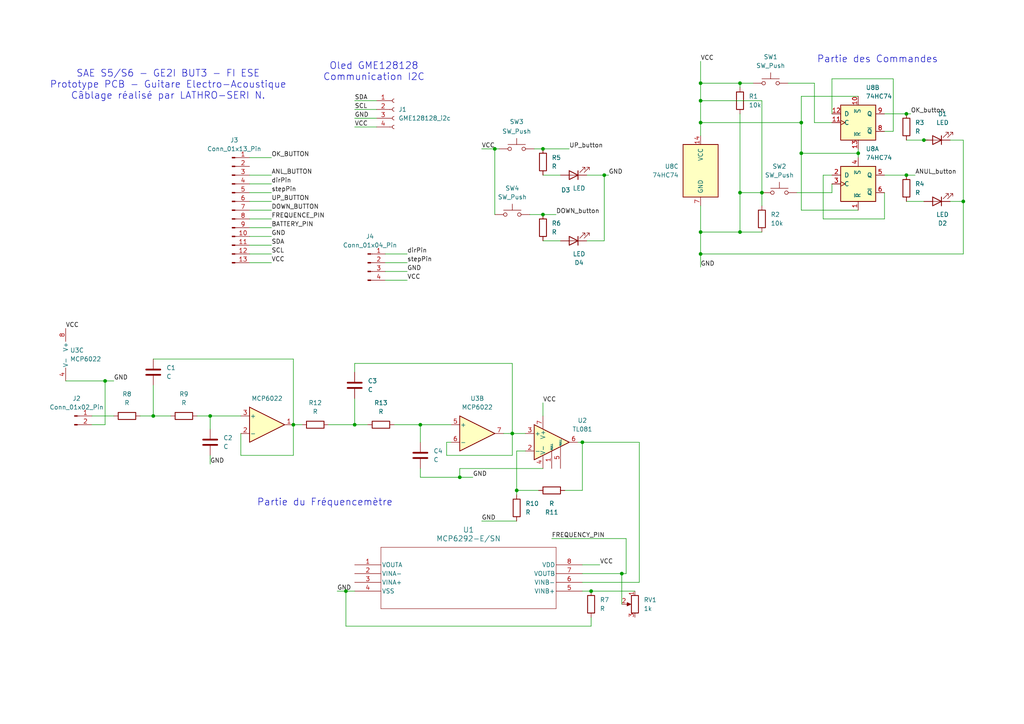
<source format=kicad_sch>
(kicad_sch
	(version 20231120)
	(generator "eeschema")
	(generator_version "8.0")
	(uuid "0bc3b03b-0b39-4df2-9acd-62652f7214b8")
	(paper "A4")
	(lib_symbols
		(symbol "2025-03-03_21-09-50:MCP6292-E_SN"
			(pin_names
				(offset 0.254)
			)
			(exclude_from_sim no)
			(in_bom yes)
			(on_board yes)
			(property "Reference" "U"
				(at 33.02 10.16 0)
				(effects
					(font
						(size 1.524 1.524)
					)
				)
			)
			(property "Value" "MCP6292-E/SN"
				(at 33.02 7.62 0)
				(effects
					(font
						(size 1.524 1.524)
					)
				)
			)
			(property "Footprint" "SOIC8-N_MC_MCH"
				(at 0 0 0)
				(effects
					(font
						(size 1.27 1.27)
						(italic yes)
					)
					(hide yes)
				)
			)
			(property "Datasheet" "MCP6292-E/SN"
				(at 0 0 0)
				(effects
					(font
						(size 1.27 1.27)
						(italic yes)
					)
					(hide yes)
				)
			)
			(property "Description" ""
				(at 0 0 0)
				(effects
					(font
						(size 1.27 1.27)
					)
					(hide yes)
				)
			)
			(property "ki_locked" ""
				(at 0 0 0)
				(effects
					(font
						(size 1.27 1.27)
					)
				)
			)
			(property "ki_keywords" "MCP6292-E/SN"
				(at 0 0 0)
				(effects
					(font
						(size 1.27 1.27)
					)
					(hide yes)
				)
			)
			(property "ki_fp_filters" "SOIC8-N_MC_MCH SOIC8-N_MC_MCH-M SOIC8-N_MC_MCH-L"
				(at 0 0 0)
				(effects
					(font
						(size 1.27 1.27)
					)
					(hide yes)
				)
			)
			(symbol "MCP6292-E_SN_0_1"
				(polyline
					(pts
						(xy 7.62 -12.7) (xy 58.42 -12.7)
					)
					(stroke
						(width 0.127)
						(type default)
					)
					(fill
						(type none)
					)
				)
				(polyline
					(pts
						(xy 7.62 5.08) (xy 7.62 -12.7)
					)
					(stroke
						(width 0.127)
						(type default)
					)
					(fill
						(type none)
					)
				)
				(polyline
					(pts
						(xy 58.42 -12.7) (xy 58.42 5.08)
					)
					(stroke
						(width 0.127)
						(type default)
					)
					(fill
						(type none)
					)
				)
				(polyline
					(pts
						(xy 58.42 5.08) (xy 7.62 5.08)
					)
					(stroke
						(width 0.127)
						(type default)
					)
					(fill
						(type none)
					)
				)
				(pin unspecified line
					(at 0 0 0)
					(length 7.62)
					(name "VOUTA"
						(effects
							(font
								(size 1.27 1.27)
							)
						)
					)
					(number "1"
						(effects
							(font
								(size 1.27 1.27)
							)
						)
					)
				)
				(pin unspecified line
					(at 0 -2.54 0)
					(length 7.62)
					(name "VINA-"
						(effects
							(font
								(size 1.27 1.27)
							)
						)
					)
					(number "2"
						(effects
							(font
								(size 1.27 1.27)
							)
						)
					)
				)
				(pin unspecified line
					(at 0 -5.08 0)
					(length 7.62)
					(name "VINA+"
						(effects
							(font
								(size 1.27 1.27)
							)
						)
					)
					(number "3"
						(effects
							(font
								(size 1.27 1.27)
							)
						)
					)
				)
				(pin unspecified line
					(at 0 -7.62 0)
					(length 7.62)
					(name "VSS"
						(effects
							(font
								(size 1.27 1.27)
							)
						)
					)
					(number "4"
						(effects
							(font
								(size 1.27 1.27)
							)
						)
					)
				)
				(pin unspecified line
					(at 66.04 -7.62 180)
					(length 7.62)
					(name "VINB+"
						(effects
							(font
								(size 1.27 1.27)
							)
						)
					)
					(number "5"
						(effects
							(font
								(size 1.27 1.27)
							)
						)
					)
				)
				(pin unspecified line
					(at 66.04 -5.08 180)
					(length 7.62)
					(name "VINB-"
						(effects
							(font
								(size 1.27 1.27)
							)
						)
					)
					(number "6"
						(effects
							(font
								(size 1.27 1.27)
							)
						)
					)
				)
				(pin unspecified line
					(at 66.04 -2.54 180)
					(length 7.62)
					(name "VOUTB"
						(effects
							(font
								(size 1.27 1.27)
							)
						)
					)
					(number "7"
						(effects
							(font
								(size 1.27 1.27)
							)
						)
					)
				)
				(pin unspecified line
					(at 66.04 0 180)
					(length 7.62)
					(name "VDD"
						(effects
							(font
								(size 1.27 1.27)
							)
						)
					)
					(number "8"
						(effects
							(font
								(size 1.27 1.27)
							)
						)
					)
				)
			)
		)
		(symbol "74xx:74HC74"
			(pin_names
				(offset 1.016)
			)
			(exclude_from_sim no)
			(in_bom yes)
			(on_board yes)
			(property "Reference" "U"
				(at -7.62 8.89 0)
				(effects
					(font
						(size 1.27 1.27)
					)
				)
			)
			(property "Value" "74HC74"
				(at -7.62 -8.89 0)
				(effects
					(font
						(size 1.27 1.27)
					)
				)
			)
			(property "Footprint" ""
				(at 0 0 0)
				(effects
					(font
						(size 1.27 1.27)
					)
					(hide yes)
				)
			)
			(property "Datasheet" "74xx/74hc_hct74.pdf"
				(at 0 0 0)
				(effects
					(font
						(size 1.27 1.27)
					)
					(hide yes)
				)
			)
			(property "Description" "Dual D Flip-flop, Set & Reset"
				(at 0 0 0)
				(effects
					(font
						(size 1.27 1.27)
					)
					(hide yes)
				)
			)
			(property "ki_locked" ""
				(at 0 0 0)
				(effects
					(font
						(size 1.27 1.27)
					)
				)
			)
			(property "ki_keywords" "TTL DFF"
				(at 0 0 0)
				(effects
					(font
						(size 1.27 1.27)
					)
					(hide yes)
				)
			)
			(property "ki_fp_filters" "DIP*W7.62mm*"
				(at 0 0 0)
				(effects
					(font
						(size 1.27 1.27)
					)
					(hide yes)
				)
			)
			(symbol "74HC74_1_0"
				(pin input line
					(at 0 -7.62 90)
					(length 2.54)
					(name "~{R}"
						(effects
							(font
								(size 1.27 1.27)
							)
						)
					)
					(number "1"
						(effects
							(font
								(size 1.27 1.27)
							)
						)
					)
				)
				(pin input line
					(at -7.62 2.54 0)
					(length 2.54)
					(name "D"
						(effects
							(font
								(size 1.27 1.27)
							)
						)
					)
					(number "2"
						(effects
							(font
								(size 1.27 1.27)
							)
						)
					)
				)
				(pin input clock
					(at -7.62 0 0)
					(length 2.54)
					(name "C"
						(effects
							(font
								(size 1.27 1.27)
							)
						)
					)
					(number "3"
						(effects
							(font
								(size 1.27 1.27)
							)
						)
					)
				)
				(pin input line
					(at 0 7.62 270)
					(length 2.54)
					(name "~{S}"
						(effects
							(font
								(size 1.27 1.27)
							)
						)
					)
					(number "4"
						(effects
							(font
								(size 1.27 1.27)
							)
						)
					)
				)
				(pin output line
					(at 7.62 2.54 180)
					(length 2.54)
					(name "Q"
						(effects
							(font
								(size 1.27 1.27)
							)
						)
					)
					(number "5"
						(effects
							(font
								(size 1.27 1.27)
							)
						)
					)
				)
				(pin output line
					(at 7.62 -2.54 180)
					(length 2.54)
					(name "~{Q}"
						(effects
							(font
								(size 1.27 1.27)
							)
						)
					)
					(number "6"
						(effects
							(font
								(size 1.27 1.27)
							)
						)
					)
				)
			)
			(symbol "74HC74_1_1"
				(rectangle
					(start -5.08 5.08)
					(end 5.08 -5.08)
					(stroke
						(width 0.254)
						(type default)
					)
					(fill
						(type background)
					)
				)
			)
			(symbol "74HC74_2_0"
				(pin input line
					(at 0 7.62 270)
					(length 2.54)
					(name "~{S}"
						(effects
							(font
								(size 1.27 1.27)
							)
						)
					)
					(number "10"
						(effects
							(font
								(size 1.27 1.27)
							)
						)
					)
				)
				(pin input clock
					(at -7.62 0 0)
					(length 2.54)
					(name "C"
						(effects
							(font
								(size 1.27 1.27)
							)
						)
					)
					(number "11"
						(effects
							(font
								(size 1.27 1.27)
							)
						)
					)
				)
				(pin input line
					(at -7.62 2.54 0)
					(length 2.54)
					(name "D"
						(effects
							(font
								(size 1.27 1.27)
							)
						)
					)
					(number "12"
						(effects
							(font
								(size 1.27 1.27)
							)
						)
					)
				)
				(pin input line
					(at 0 -7.62 90)
					(length 2.54)
					(name "~{R}"
						(effects
							(font
								(size 1.27 1.27)
							)
						)
					)
					(number "13"
						(effects
							(font
								(size 1.27 1.27)
							)
						)
					)
				)
				(pin output line
					(at 7.62 -2.54 180)
					(length 2.54)
					(name "~{Q}"
						(effects
							(font
								(size 1.27 1.27)
							)
						)
					)
					(number "8"
						(effects
							(font
								(size 1.27 1.27)
							)
						)
					)
				)
				(pin output line
					(at 7.62 2.54 180)
					(length 2.54)
					(name "Q"
						(effects
							(font
								(size 1.27 1.27)
							)
						)
					)
					(number "9"
						(effects
							(font
								(size 1.27 1.27)
							)
						)
					)
				)
			)
			(symbol "74HC74_2_1"
				(rectangle
					(start -5.08 5.08)
					(end 5.08 -5.08)
					(stroke
						(width 0.254)
						(type default)
					)
					(fill
						(type background)
					)
				)
			)
			(symbol "74HC74_3_0"
				(pin power_in line
					(at 0 10.16 270)
					(length 2.54)
					(name "VCC"
						(effects
							(font
								(size 1.27 1.27)
							)
						)
					)
					(number "14"
						(effects
							(font
								(size 1.27 1.27)
							)
						)
					)
				)
				(pin power_in line
					(at 0 -10.16 90)
					(length 2.54)
					(name "GND"
						(effects
							(font
								(size 1.27 1.27)
							)
						)
					)
					(number "7"
						(effects
							(font
								(size 1.27 1.27)
							)
						)
					)
				)
			)
			(symbol "74HC74_3_1"
				(rectangle
					(start -5.08 7.62)
					(end 5.08 -7.62)
					(stroke
						(width 0.254)
						(type default)
					)
					(fill
						(type background)
					)
				)
			)
		)
		(symbol "Amplifier_Operational:MCP6022"
			(pin_names
				(offset 0.127)
			)
			(exclude_from_sim no)
			(in_bom yes)
			(on_board yes)
			(property "Reference" "U"
				(at 0 5.08 0)
				(effects
					(font
						(size 1.27 1.27)
					)
					(justify left)
				)
			)
			(property "Value" "MCP6022"
				(at 0 -5.08 0)
				(effects
					(font
						(size 1.27 1.27)
					)
					(justify left)
				)
			)
			(property "Footprint" ""
				(at 0 0 0)
				(effects
					(font
						(size 1.27 1.27)
					)
					(hide yes)
				)
			)
			(property "Datasheet" "http://ww1.microchip.com/downloads/en/devicedoc/20001685e.pdf"
				(at 0 0 0)
				(effects
					(font
						(size 1.27 1.27)
					)
					(hide yes)
				)
			)
			(property "Description" "Dual Operational Amplifiers, Rail-to-Rail Input/Output, DIP-8/SOIC-8/TSSOP-8"
				(at 0 0 0)
				(effects
					(font
						(size 1.27 1.27)
					)
					(hide yes)
				)
			)
			(property "ki_locked" ""
				(at 0 0 0)
				(effects
					(font
						(size 1.27 1.27)
					)
				)
			)
			(property "ki_keywords" "dual opamp rail-to-rail"
				(at 0 0 0)
				(effects
					(font
						(size 1.27 1.27)
					)
					(hide yes)
				)
			)
			(property "ki_fp_filters" "SOIC*3.9x4.9mm*P1.27mm* DIP*W7.62mm* TO*99* OnSemi*Micro8* TSSOP*3x3mm*P0.65mm* TSSOP*4.4x3mm*P0.65mm* MSOP*3x3mm*P0.65mm* SSOP*3.9x4.9mm*P0.635mm* LFCSP*2x2mm*P0.5mm* *SIP* SOIC*5.3x6.2mm*P1.27mm*"
				(at 0 0 0)
				(effects
					(font
						(size 1.27 1.27)
					)
					(hide yes)
				)
			)
			(symbol "MCP6022_1_1"
				(polyline
					(pts
						(xy -5.08 5.08) (xy 5.08 0) (xy -5.08 -5.08) (xy -5.08 5.08)
					)
					(stroke
						(width 0.254)
						(type default)
					)
					(fill
						(type background)
					)
				)
				(pin output line
					(at 7.62 0 180)
					(length 2.54)
					(name "~"
						(effects
							(font
								(size 1.27 1.27)
							)
						)
					)
					(number "1"
						(effects
							(font
								(size 1.27 1.27)
							)
						)
					)
				)
				(pin input line
					(at -7.62 -2.54 0)
					(length 2.54)
					(name "-"
						(effects
							(font
								(size 1.27 1.27)
							)
						)
					)
					(number "2"
						(effects
							(font
								(size 1.27 1.27)
							)
						)
					)
				)
				(pin input line
					(at -7.62 2.54 0)
					(length 2.54)
					(name "+"
						(effects
							(font
								(size 1.27 1.27)
							)
						)
					)
					(number "3"
						(effects
							(font
								(size 1.27 1.27)
							)
						)
					)
				)
			)
			(symbol "MCP6022_2_1"
				(polyline
					(pts
						(xy -5.08 5.08) (xy 5.08 0) (xy -5.08 -5.08) (xy -5.08 5.08)
					)
					(stroke
						(width 0.254)
						(type default)
					)
					(fill
						(type background)
					)
				)
				(pin input line
					(at -7.62 2.54 0)
					(length 2.54)
					(name "+"
						(effects
							(font
								(size 1.27 1.27)
							)
						)
					)
					(number "5"
						(effects
							(font
								(size 1.27 1.27)
							)
						)
					)
				)
				(pin input line
					(at -7.62 -2.54 0)
					(length 2.54)
					(name "-"
						(effects
							(font
								(size 1.27 1.27)
							)
						)
					)
					(number "6"
						(effects
							(font
								(size 1.27 1.27)
							)
						)
					)
				)
				(pin output line
					(at 7.62 0 180)
					(length 2.54)
					(name "~"
						(effects
							(font
								(size 1.27 1.27)
							)
						)
					)
					(number "7"
						(effects
							(font
								(size 1.27 1.27)
							)
						)
					)
				)
			)
			(symbol "MCP6022_3_1"
				(pin power_in line
					(at -2.54 -7.62 90)
					(length 3.81)
					(name "V-"
						(effects
							(font
								(size 1.27 1.27)
							)
						)
					)
					(number "4"
						(effects
							(font
								(size 1.27 1.27)
							)
						)
					)
				)
				(pin power_in line
					(at -2.54 7.62 270)
					(length 3.81)
					(name "V+"
						(effects
							(font
								(size 1.27 1.27)
							)
						)
					)
					(number "8"
						(effects
							(font
								(size 1.27 1.27)
							)
						)
					)
				)
			)
		)
		(symbol "Amplifier_Operational:TL081"
			(pin_names
				(offset 0.127)
			)
			(exclude_from_sim no)
			(in_bom yes)
			(on_board yes)
			(property "Reference" "U"
				(at 0 6.35 0)
				(effects
					(font
						(size 1.27 1.27)
					)
					(justify left)
				)
			)
			(property "Value" "TL081"
				(at 0 3.81 0)
				(effects
					(font
						(size 1.27 1.27)
					)
					(justify left)
				)
			)
			(property "Footprint" ""
				(at 1.27 1.27 0)
				(effects
					(font
						(size 1.27 1.27)
					)
					(hide yes)
				)
			)
			(property "Datasheet" "http://www.ti.com/lit/ds/symlink/tl081.pdf"
				(at 3.81 3.81 0)
				(effects
					(font
						(size 1.27 1.27)
					)
					(hide yes)
				)
			)
			(property "Description" "Single JFET-Input Operational Amplifiers, DIP-8/SOIC-8"
				(at 0 0 0)
				(effects
					(font
						(size 1.27 1.27)
					)
					(hide yes)
				)
			)
			(property "ki_keywords" "single opamp"
				(at 0 0 0)
				(effects
					(font
						(size 1.27 1.27)
					)
					(hide yes)
				)
			)
			(property "ki_fp_filters" "SOIC*3.9x4.9mm*P1.27mm* DIP*W7.62mm* TSSOP*3x3mm*P0.65mm*"
				(at 0 0 0)
				(effects
					(font
						(size 1.27 1.27)
					)
					(hide yes)
				)
			)
			(symbol "TL081_0_1"
				(polyline
					(pts
						(xy -5.08 5.08) (xy 5.08 0) (xy -5.08 -5.08) (xy -5.08 5.08)
					)
					(stroke
						(width 0.254)
						(type default)
					)
					(fill
						(type background)
					)
				)
			)
			(symbol "TL081_1_1"
				(pin input line
					(at 0 -7.62 90)
					(length 5.08)
					(name "NULL"
						(effects
							(font
								(size 0.508 0.508)
							)
						)
					)
					(number "1"
						(effects
							(font
								(size 1.27 1.27)
							)
						)
					)
				)
				(pin input line
					(at -7.62 -2.54 0)
					(length 2.54)
					(name "-"
						(effects
							(font
								(size 1.27 1.27)
							)
						)
					)
					(number "2"
						(effects
							(font
								(size 1.27 1.27)
							)
						)
					)
				)
				(pin input line
					(at -7.62 2.54 0)
					(length 2.54)
					(name "+"
						(effects
							(font
								(size 1.27 1.27)
							)
						)
					)
					(number "3"
						(effects
							(font
								(size 1.27 1.27)
							)
						)
					)
				)
				(pin power_in line
					(at -2.54 -7.62 90)
					(length 3.81)
					(name "V-"
						(effects
							(font
								(size 1.27 1.27)
							)
						)
					)
					(number "4"
						(effects
							(font
								(size 1.27 1.27)
							)
						)
					)
				)
				(pin input line
					(at 2.54 -7.62 90)
					(length 6.35)
					(name "NULL"
						(effects
							(font
								(size 0.508 0.508)
							)
						)
					)
					(number "5"
						(effects
							(font
								(size 1.27 1.27)
							)
						)
					)
				)
				(pin output line
					(at 7.62 0 180)
					(length 2.54)
					(name "~"
						(effects
							(font
								(size 1.27 1.27)
							)
						)
					)
					(number "6"
						(effects
							(font
								(size 1.27 1.27)
							)
						)
					)
				)
				(pin power_in line
					(at -2.54 7.62 270)
					(length 3.81)
					(name "V+"
						(effects
							(font
								(size 1.27 1.27)
							)
						)
					)
					(number "7"
						(effects
							(font
								(size 1.27 1.27)
							)
						)
					)
				)
				(pin no_connect line
					(at 0 2.54 270)
					(length 2.54) hide
					(name "NC"
						(effects
							(font
								(size 1.27 1.27)
							)
						)
					)
					(number "8"
						(effects
							(font
								(size 1.27 1.27)
							)
						)
					)
				)
			)
		)
		(symbol "Connector:Conn_01x02_Pin"
			(pin_names
				(offset 1.016) hide)
			(exclude_from_sim no)
			(in_bom yes)
			(on_board yes)
			(property "Reference" "J"
				(at 0 2.54 0)
				(effects
					(font
						(size 1.27 1.27)
					)
				)
			)
			(property "Value" "Conn_01x02_Pin"
				(at 0 -5.08 0)
				(effects
					(font
						(size 1.27 1.27)
					)
				)
			)
			(property "Footprint" ""
				(at 0 0 0)
				(effects
					(font
						(size 1.27 1.27)
					)
					(hide yes)
				)
			)
			(property "Datasheet" "~"
				(at 0 0 0)
				(effects
					(font
						(size 1.27 1.27)
					)
					(hide yes)
				)
			)
			(property "Description" "Generic connector, single row, 01x02, script generated"
				(at 0 0 0)
				(effects
					(font
						(size 1.27 1.27)
					)
					(hide yes)
				)
			)
			(property "ki_locked" ""
				(at 0 0 0)
				(effects
					(font
						(size 1.27 1.27)
					)
				)
			)
			(property "ki_keywords" "connector"
				(at 0 0 0)
				(effects
					(font
						(size 1.27 1.27)
					)
					(hide yes)
				)
			)
			(property "ki_fp_filters" "Connector*:*_1x??_*"
				(at 0 0 0)
				(effects
					(font
						(size 1.27 1.27)
					)
					(hide yes)
				)
			)
			(symbol "Conn_01x02_Pin_1_1"
				(polyline
					(pts
						(xy 1.27 -2.54) (xy 0.8636 -2.54)
					)
					(stroke
						(width 0.1524)
						(type default)
					)
					(fill
						(type none)
					)
				)
				(polyline
					(pts
						(xy 1.27 0) (xy 0.8636 0)
					)
					(stroke
						(width 0.1524)
						(type default)
					)
					(fill
						(type none)
					)
				)
				(rectangle
					(start 0.8636 -2.413)
					(end 0 -2.667)
					(stroke
						(width 0.1524)
						(type default)
					)
					(fill
						(type outline)
					)
				)
				(rectangle
					(start 0.8636 0.127)
					(end 0 -0.127)
					(stroke
						(width 0.1524)
						(type default)
					)
					(fill
						(type outline)
					)
				)
				(pin passive line
					(at 5.08 0 180)
					(length 3.81)
					(name "Pin_1"
						(effects
							(font
								(size 1.27 1.27)
							)
						)
					)
					(number "1"
						(effects
							(font
								(size 1.27 1.27)
							)
						)
					)
				)
				(pin passive line
					(at 5.08 -2.54 180)
					(length 3.81)
					(name "Pin_2"
						(effects
							(font
								(size 1.27 1.27)
							)
						)
					)
					(number "2"
						(effects
							(font
								(size 1.27 1.27)
							)
						)
					)
				)
			)
		)
		(symbol "Connector:Conn_01x04_Pin"
			(pin_names
				(offset 1.016) hide)
			(exclude_from_sim no)
			(in_bom yes)
			(on_board yes)
			(property "Reference" "J"
				(at 0 5.08 0)
				(effects
					(font
						(size 1.27 1.27)
					)
				)
			)
			(property "Value" "Conn_01x04_Pin"
				(at 0 -7.62 0)
				(effects
					(font
						(size 1.27 1.27)
					)
				)
			)
			(property "Footprint" ""
				(at 0 0 0)
				(effects
					(font
						(size 1.27 1.27)
					)
					(hide yes)
				)
			)
			(property "Datasheet" "~"
				(at 0 0 0)
				(effects
					(font
						(size 1.27 1.27)
					)
					(hide yes)
				)
			)
			(property "Description" "Generic connector, single row, 01x04, script generated"
				(at 0 0 0)
				(effects
					(font
						(size 1.27 1.27)
					)
					(hide yes)
				)
			)
			(property "ki_locked" ""
				(at 0 0 0)
				(effects
					(font
						(size 1.27 1.27)
					)
				)
			)
			(property "ki_keywords" "connector"
				(at 0 0 0)
				(effects
					(font
						(size 1.27 1.27)
					)
					(hide yes)
				)
			)
			(property "ki_fp_filters" "Connector*:*_1x??_*"
				(at 0 0 0)
				(effects
					(font
						(size 1.27 1.27)
					)
					(hide yes)
				)
			)
			(symbol "Conn_01x04_Pin_1_1"
				(polyline
					(pts
						(xy 1.27 -5.08) (xy 0.8636 -5.08)
					)
					(stroke
						(width 0.1524)
						(type default)
					)
					(fill
						(type none)
					)
				)
				(polyline
					(pts
						(xy 1.27 -2.54) (xy 0.8636 -2.54)
					)
					(stroke
						(width 0.1524)
						(type default)
					)
					(fill
						(type none)
					)
				)
				(polyline
					(pts
						(xy 1.27 0) (xy 0.8636 0)
					)
					(stroke
						(width 0.1524)
						(type default)
					)
					(fill
						(type none)
					)
				)
				(polyline
					(pts
						(xy 1.27 2.54) (xy 0.8636 2.54)
					)
					(stroke
						(width 0.1524)
						(type default)
					)
					(fill
						(type none)
					)
				)
				(rectangle
					(start 0.8636 -4.953)
					(end 0 -5.207)
					(stroke
						(width 0.1524)
						(type default)
					)
					(fill
						(type outline)
					)
				)
				(rectangle
					(start 0.8636 -2.413)
					(end 0 -2.667)
					(stroke
						(width 0.1524)
						(type default)
					)
					(fill
						(type outline)
					)
				)
				(rectangle
					(start 0.8636 0.127)
					(end 0 -0.127)
					(stroke
						(width 0.1524)
						(type default)
					)
					(fill
						(type outline)
					)
				)
				(rectangle
					(start 0.8636 2.667)
					(end 0 2.413)
					(stroke
						(width 0.1524)
						(type default)
					)
					(fill
						(type outline)
					)
				)
				(pin passive line
					(at 5.08 2.54 180)
					(length 3.81)
					(name "Pin_1"
						(effects
							(font
								(size 1.27 1.27)
							)
						)
					)
					(number "1"
						(effects
							(font
								(size 1.27 1.27)
							)
						)
					)
				)
				(pin passive line
					(at 5.08 0 180)
					(length 3.81)
					(name "Pin_2"
						(effects
							(font
								(size 1.27 1.27)
							)
						)
					)
					(number "2"
						(effects
							(font
								(size 1.27 1.27)
							)
						)
					)
				)
				(pin passive line
					(at 5.08 -2.54 180)
					(length 3.81)
					(name "Pin_3"
						(effects
							(font
								(size 1.27 1.27)
							)
						)
					)
					(number "3"
						(effects
							(font
								(size 1.27 1.27)
							)
						)
					)
				)
				(pin passive line
					(at 5.08 -5.08 180)
					(length 3.81)
					(name "Pin_4"
						(effects
							(font
								(size 1.27 1.27)
							)
						)
					)
					(number "4"
						(effects
							(font
								(size 1.27 1.27)
							)
						)
					)
				)
			)
		)
		(symbol "Connector:Conn_01x04_Socket"
			(pin_names
				(offset 1.016) hide)
			(exclude_from_sim no)
			(in_bom yes)
			(on_board yes)
			(property "Reference" "J"
				(at 0 5.08 0)
				(effects
					(font
						(size 1.27 1.27)
					)
				)
			)
			(property "Value" "Conn_01x04_Socket"
				(at 0 -7.62 0)
				(effects
					(font
						(size 1.27 1.27)
					)
				)
			)
			(property "Footprint" ""
				(at 0 0 0)
				(effects
					(font
						(size 1.27 1.27)
					)
					(hide yes)
				)
			)
			(property "Datasheet" "~"
				(at 0 0 0)
				(effects
					(font
						(size 1.27 1.27)
					)
					(hide yes)
				)
			)
			(property "Description" "Generic connector, single row, 01x04, script generated"
				(at 0 0 0)
				(effects
					(font
						(size 1.27 1.27)
					)
					(hide yes)
				)
			)
			(property "ki_locked" ""
				(at 0 0 0)
				(effects
					(font
						(size 1.27 1.27)
					)
				)
			)
			(property "ki_keywords" "connector"
				(at 0 0 0)
				(effects
					(font
						(size 1.27 1.27)
					)
					(hide yes)
				)
			)
			(property "ki_fp_filters" "Connector*:*_1x??_*"
				(at 0 0 0)
				(effects
					(font
						(size 1.27 1.27)
					)
					(hide yes)
				)
			)
			(symbol "Conn_01x04_Socket_1_1"
				(arc
					(start 0 -4.572)
					(mid -0.5058 -5.08)
					(end 0 -5.588)
					(stroke
						(width 0.1524)
						(type default)
					)
					(fill
						(type none)
					)
				)
				(arc
					(start 0 -2.032)
					(mid -0.5058 -2.54)
					(end 0 -3.048)
					(stroke
						(width 0.1524)
						(type default)
					)
					(fill
						(type none)
					)
				)
				(polyline
					(pts
						(xy -1.27 -5.08) (xy -0.508 -5.08)
					)
					(stroke
						(width 0.1524)
						(type default)
					)
					(fill
						(type none)
					)
				)
				(polyline
					(pts
						(xy -1.27 -2.54) (xy -0.508 -2.54)
					)
					(stroke
						(width 0.1524)
						(type default)
					)
					(fill
						(type none)
					)
				)
				(polyline
					(pts
						(xy -1.27 0) (xy -0.508 0)
					)
					(stroke
						(width 0.1524)
						(type default)
					)
					(fill
						(type none)
					)
				)
				(polyline
					(pts
						(xy -1.27 2.54) (xy -0.508 2.54)
					)
					(stroke
						(width 0.1524)
						(type default)
					)
					(fill
						(type none)
					)
				)
				(arc
					(start 0 0.508)
					(mid -0.5058 0)
					(end 0 -0.508)
					(stroke
						(width 0.1524)
						(type default)
					)
					(fill
						(type none)
					)
				)
				(arc
					(start 0 3.048)
					(mid -0.5058 2.54)
					(end 0 2.032)
					(stroke
						(width 0.1524)
						(type default)
					)
					(fill
						(type none)
					)
				)
				(pin passive line
					(at -5.08 2.54 0)
					(length 3.81)
					(name "Pin_1"
						(effects
							(font
								(size 1.27 1.27)
							)
						)
					)
					(number "1"
						(effects
							(font
								(size 1.27 1.27)
							)
						)
					)
				)
				(pin passive line
					(at -5.08 0 0)
					(length 3.81)
					(name "Pin_2"
						(effects
							(font
								(size 1.27 1.27)
							)
						)
					)
					(number "2"
						(effects
							(font
								(size 1.27 1.27)
							)
						)
					)
				)
				(pin passive line
					(at -5.08 -2.54 0)
					(length 3.81)
					(name "Pin_3"
						(effects
							(font
								(size 1.27 1.27)
							)
						)
					)
					(number "3"
						(effects
							(font
								(size 1.27 1.27)
							)
						)
					)
				)
				(pin passive line
					(at -5.08 -5.08 0)
					(length 3.81)
					(name "Pin_4"
						(effects
							(font
								(size 1.27 1.27)
							)
						)
					)
					(number "4"
						(effects
							(font
								(size 1.27 1.27)
							)
						)
					)
				)
			)
		)
		(symbol "Connector:Conn_01x13_Pin"
			(pin_names
				(offset 1.016) hide)
			(exclude_from_sim no)
			(in_bom yes)
			(on_board yes)
			(property "Reference" "J"
				(at 0 17.78 0)
				(effects
					(font
						(size 1.27 1.27)
					)
				)
			)
			(property "Value" "Conn_01x13_Pin"
				(at 0 -17.78 0)
				(effects
					(font
						(size 1.27 1.27)
					)
				)
			)
			(property "Footprint" ""
				(at 0 0 0)
				(effects
					(font
						(size 1.27 1.27)
					)
					(hide yes)
				)
			)
			(property "Datasheet" "~"
				(at 0 0 0)
				(effects
					(font
						(size 1.27 1.27)
					)
					(hide yes)
				)
			)
			(property "Description" "Generic connector, single row, 01x13, script generated"
				(at 0 0 0)
				(effects
					(font
						(size 1.27 1.27)
					)
					(hide yes)
				)
			)
			(property "ki_locked" ""
				(at 0 0 0)
				(effects
					(font
						(size 1.27 1.27)
					)
				)
			)
			(property "ki_keywords" "connector"
				(at 0 0 0)
				(effects
					(font
						(size 1.27 1.27)
					)
					(hide yes)
				)
			)
			(property "ki_fp_filters" "Connector*:*_1x??_*"
				(at 0 0 0)
				(effects
					(font
						(size 1.27 1.27)
					)
					(hide yes)
				)
			)
			(symbol "Conn_01x13_Pin_1_1"
				(polyline
					(pts
						(xy 1.27 -15.24) (xy 0.8636 -15.24)
					)
					(stroke
						(width 0.1524)
						(type default)
					)
					(fill
						(type none)
					)
				)
				(polyline
					(pts
						(xy 1.27 -12.7) (xy 0.8636 -12.7)
					)
					(stroke
						(width 0.1524)
						(type default)
					)
					(fill
						(type none)
					)
				)
				(polyline
					(pts
						(xy 1.27 -10.16) (xy 0.8636 -10.16)
					)
					(stroke
						(width 0.1524)
						(type default)
					)
					(fill
						(type none)
					)
				)
				(polyline
					(pts
						(xy 1.27 -7.62) (xy 0.8636 -7.62)
					)
					(stroke
						(width 0.1524)
						(type default)
					)
					(fill
						(type none)
					)
				)
				(polyline
					(pts
						(xy 1.27 -5.08) (xy 0.8636 -5.08)
					)
					(stroke
						(width 0.1524)
						(type default)
					)
					(fill
						(type none)
					)
				)
				(polyline
					(pts
						(xy 1.27 -2.54) (xy 0.8636 -2.54)
					)
					(stroke
						(width 0.1524)
						(type default)
					)
					(fill
						(type none)
					)
				)
				(polyline
					(pts
						(xy 1.27 0) (xy 0.8636 0)
					)
					(stroke
						(width 0.1524)
						(type default)
					)
					(fill
						(type none)
					)
				)
				(polyline
					(pts
						(xy 1.27 2.54) (xy 0.8636 2.54)
					)
					(stroke
						(width 0.1524)
						(type default)
					)
					(fill
						(type none)
					)
				)
				(polyline
					(pts
						(xy 1.27 5.08) (xy 0.8636 5.08)
					)
					(stroke
						(width 0.1524)
						(type default)
					)
					(fill
						(type none)
					)
				)
				(polyline
					(pts
						(xy 1.27 7.62) (xy 0.8636 7.62)
					)
					(stroke
						(width 0.1524)
						(type default)
					)
					(fill
						(type none)
					)
				)
				(polyline
					(pts
						(xy 1.27 10.16) (xy 0.8636 10.16)
					)
					(stroke
						(width 0.1524)
						(type default)
					)
					(fill
						(type none)
					)
				)
				(polyline
					(pts
						(xy 1.27 12.7) (xy 0.8636 12.7)
					)
					(stroke
						(width 0.1524)
						(type default)
					)
					(fill
						(type none)
					)
				)
				(polyline
					(pts
						(xy 1.27 15.24) (xy 0.8636 15.24)
					)
					(stroke
						(width 0.1524)
						(type default)
					)
					(fill
						(type none)
					)
				)
				(rectangle
					(start 0.8636 -15.113)
					(end 0 -15.367)
					(stroke
						(width 0.1524)
						(type default)
					)
					(fill
						(type outline)
					)
				)
				(rectangle
					(start 0.8636 -12.573)
					(end 0 -12.827)
					(stroke
						(width 0.1524)
						(type default)
					)
					(fill
						(type outline)
					)
				)
				(rectangle
					(start 0.8636 -10.033)
					(end 0 -10.287)
					(stroke
						(width 0.1524)
						(type default)
					)
					(fill
						(type outline)
					)
				)
				(rectangle
					(start 0.8636 -7.493)
					(end 0 -7.747)
					(stroke
						(width 0.1524)
						(type default)
					)
					(fill
						(type outline)
					)
				)
				(rectangle
					(start 0.8636 -4.953)
					(end 0 -5.207)
					(stroke
						(width 0.1524)
						(type default)
					)
					(fill
						(type outline)
					)
				)
				(rectangle
					(start 0.8636 -2.413)
					(end 0 -2.667)
					(stroke
						(width 0.1524)
						(type default)
					)
					(fill
						(type outline)
					)
				)
				(rectangle
					(start 0.8636 0.127)
					(end 0 -0.127)
					(stroke
						(width 0.1524)
						(type default)
					)
					(fill
						(type outline)
					)
				)
				(rectangle
					(start 0.8636 2.667)
					(end 0 2.413)
					(stroke
						(width 0.1524)
						(type default)
					)
					(fill
						(type outline)
					)
				)
				(rectangle
					(start 0.8636 5.207)
					(end 0 4.953)
					(stroke
						(width 0.1524)
						(type default)
					)
					(fill
						(type outline)
					)
				)
				(rectangle
					(start 0.8636 7.747)
					(end 0 7.493)
					(stroke
						(width 0.1524)
						(type default)
					)
					(fill
						(type outline)
					)
				)
				(rectangle
					(start 0.8636 10.287)
					(end 0 10.033)
					(stroke
						(width 0.1524)
						(type default)
					)
					(fill
						(type outline)
					)
				)
				(rectangle
					(start 0.8636 12.827)
					(end 0 12.573)
					(stroke
						(width 0.1524)
						(type default)
					)
					(fill
						(type outline)
					)
				)
				(rectangle
					(start 0.8636 15.367)
					(end 0 15.113)
					(stroke
						(width 0.1524)
						(type default)
					)
					(fill
						(type outline)
					)
				)
				(pin passive line
					(at 5.08 15.24 180)
					(length 3.81)
					(name "Pin_1"
						(effects
							(font
								(size 1.27 1.27)
							)
						)
					)
					(number "1"
						(effects
							(font
								(size 1.27 1.27)
							)
						)
					)
				)
				(pin passive line
					(at 5.08 -7.62 180)
					(length 3.81)
					(name "Pin_10"
						(effects
							(font
								(size 1.27 1.27)
							)
						)
					)
					(number "10"
						(effects
							(font
								(size 1.27 1.27)
							)
						)
					)
				)
				(pin passive line
					(at 5.08 -10.16 180)
					(length 3.81)
					(name "Pin_11"
						(effects
							(font
								(size 1.27 1.27)
							)
						)
					)
					(number "11"
						(effects
							(font
								(size 1.27 1.27)
							)
						)
					)
				)
				(pin passive line
					(at 5.08 -12.7 180)
					(length 3.81)
					(name "Pin_12"
						(effects
							(font
								(size 1.27 1.27)
							)
						)
					)
					(number "12"
						(effects
							(font
								(size 1.27 1.27)
							)
						)
					)
				)
				(pin passive line
					(at 5.08 -15.24 180)
					(length 3.81)
					(name "Pin_13"
						(effects
							(font
								(size 1.27 1.27)
							)
						)
					)
					(number "13"
						(effects
							(font
								(size 1.27 1.27)
							)
						)
					)
				)
				(pin passive line
					(at 5.08 12.7 180)
					(length 3.81)
					(name "Pin_2"
						(effects
							(font
								(size 1.27 1.27)
							)
						)
					)
					(number "2"
						(effects
							(font
								(size 1.27 1.27)
							)
						)
					)
				)
				(pin passive line
					(at 5.08 10.16 180)
					(length 3.81)
					(name "Pin_3"
						(effects
							(font
								(size 1.27 1.27)
							)
						)
					)
					(number "3"
						(effects
							(font
								(size 1.27 1.27)
							)
						)
					)
				)
				(pin passive line
					(at 5.08 7.62 180)
					(length 3.81)
					(name "Pin_4"
						(effects
							(font
								(size 1.27 1.27)
							)
						)
					)
					(number "4"
						(effects
							(font
								(size 1.27 1.27)
							)
						)
					)
				)
				(pin passive line
					(at 5.08 5.08 180)
					(length 3.81)
					(name "Pin_5"
						(effects
							(font
								(size 1.27 1.27)
							)
						)
					)
					(number "5"
						(effects
							(font
								(size 1.27 1.27)
							)
						)
					)
				)
				(pin passive line
					(at 5.08 2.54 180)
					(length 3.81)
					(name "Pin_6"
						(effects
							(font
								(size 1.27 1.27)
							)
						)
					)
					(number "6"
						(effects
							(font
								(size 1.27 1.27)
							)
						)
					)
				)
				(pin passive line
					(at 5.08 0 180)
					(length 3.81)
					(name "Pin_7"
						(effects
							(font
								(size 1.27 1.27)
							)
						)
					)
					(number "7"
						(effects
							(font
								(size 1.27 1.27)
							)
						)
					)
				)
				(pin passive line
					(at 5.08 -2.54 180)
					(length 3.81)
					(name "Pin_8"
						(effects
							(font
								(size 1.27 1.27)
							)
						)
					)
					(number "8"
						(effects
							(font
								(size 1.27 1.27)
							)
						)
					)
				)
				(pin passive line
					(at 5.08 -5.08 180)
					(length 3.81)
					(name "Pin_9"
						(effects
							(font
								(size 1.27 1.27)
							)
						)
					)
					(number "9"
						(effects
							(font
								(size 1.27 1.27)
							)
						)
					)
				)
			)
		)
		(symbol "Device:C"
			(pin_numbers hide)
			(pin_names
				(offset 0.254)
			)
			(exclude_from_sim no)
			(in_bom yes)
			(on_board yes)
			(property "Reference" "C"
				(at 0.635 2.54 0)
				(effects
					(font
						(size 1.27 1.27)
					)
					(justify left)
				)
			)
			(property "Value" "C"
				(at 0.635 -2.54 0)
				(effects
					(font
						(size 1.27 1.27)
					)
					(justify left)
				)
			)
			(property "Footprint" ""
				(at 0.9652 -3.81 0)
				(effects
					(font
						(size 1.27 1.27)
					)
					(hide yes)
				)
			)
			(property "Datasheet" "~"
				(at 0 0 0)
				(effects
					(font
						(size 1.27 1.27)
					)
					(hide yes)
				)
			)
			(property "Description" "Unpolarized capacitor"
				(at 0 0 0)
				(effects
					(font
						(size 1.27 1.27)
					)
					(hide yes)
				)
			)
			(property "ki_keywords" "cap capacitor"
				(at 0 0 0)
				(effects
					(font
						(size 1.27 1.27)
					)
					(hide yes)
				)
			)
			(property "ki_fp_filters" "C_*"
				(at 0 0 0)
				(effects
					(font
						(size 1.27 1.27)
					)
					(hide yes)
				)
			)
			(symbol "C_0_1"
				(polyline
					(pts
						(xy -2.032 -0.762) (xy 2.032 -0.762)
					)
					(stroke
						(width 0.508)
						(type default)
					)
					(fill
						(type none)
					)
				)
				(polyline
					(pts
						(xy -2.032 0.762) (xy 2.032 0.762)
					)
					(stroke
						(width 0.508)
						(type default)
					)
					(fill
						(type none)
					)
				)
			)
			(symbol "C_1_1"
				(pin passive line
					(at 0 3.81 270)
					(length 2.794)
					(name "~"
						(effects
							(font
								(size 1.27 1.27)
							)
						)
					)
					(number "1"
						(effects
							(font
								(size 1.27 1.27)
							)
						)
					)
				)
				(pin passive line
					(at 0 -3.81 90)
					(length 2.794)
					(name "~"
						(effects
							(font
								(size 1.27 1.27)
							)
						)
					)
					(number "2"
						(effects
							(font
								(size 1.27 1.27)
							)
						)
					)
				)
			)
		)
		(symbol "Device:LED"
			(pin_numbers hide)
			(pin_names
				(offset 1.016) hide)
			(exclude_from_sim no)
			(in_bom yes)
			(on_board yes)
			(property "Reference" "D"
				(at 0 2.54 0)
				(effects
					(font
						(size 1.27 1.27)
					)
				)
			)
			(property "Value" "LED"
				(at 0 -2.54 0)
				(effects
					(font
						(size 1.27 1.27)
					)
				)
			)
			(property "Footprint" ""
				(at 0 0 0)
				(effects
					(font
						(size 1.27 1.27)
					)
					(hide yes)
				)
			)
			(property "Datasheet" "~"
				(at 0 0 0)
				(effects
					(font
						(size 1.27 1.27)
					)
					(hide yes)
				)
			)
			(property "Description" "Light emitting diode"
				(at 0 0 0)
				(effects
					(font
						(size 1.27 1.27)
					)
					(hide yes)
				)
			)
			(property "ki_keywords" "LED diode"
				(at 0 0 0)
				(effects
					(font
						(size 1.27 1.27)
					)
					(hide yes)
				)
			)
			(property "ki_fp_filters" "LED* LED_SMD:* LED_THT:*"
				(at 0 0 0)
				(effects
					(font
						(size 1.27 1.27)
					)
					(hide yes)
				)
			)
			(symbol "LED_0_1"
				(polyline
					(pts
						(xy -1.27 -1.27) (xy -1.27 1.27)
					)
					(stroke
						(width 0.254)
						(type default)
					)
					(fill
						(type none)
					)
				)
				(polyline
					(pts
						(xy -1.27 0) (xy 1.27 0)
					)
					(stroke
						(width 0)
						(type default)
					)
					(fill
						(type none)
					)
				)
				(polyline
					(pts
						(xy 1.27 -1.27) (xy 1.27 1.27) (xy -1.27 0) (xy 1.27 -1.27)
					)
					(stroke
						(width 0.254)
						(type default)
					)
					(fill
						(type none)
					)
				)
				(polyline
					(pts
						(xy -3.048 -0.762) (xy -4.572 -2.286) (xy -3.81 -2.286) (xy -4.572 -2.286) (xy -4.572 -1.524)
					)
					(stroke
						(width 0)
						(type default)
					)
					(fill
						(type none)
					)
				)
				(polyline
					(pts
						(xy -1.778 -0.762) (xy -3.302 -2.286) (xy -2.54 -2.286) (xy -3.302 -2.286) (xy -3.302 -1.524)
					)
					(stroke
						(width 0)
						(type default)
					)
					(fill
						(type none)
					)
				)
			)
			(symbol "LED_1_1"
				(pin passive line
					(at -3.81 0 0)
					(length 2.54)
					(name "K"
						(effects
							(font
								(size 1.27 1.27)
							)
						)
					)
					(number "1"
						(effects
							(font
								(size 1.27 1.27)
							)
						)
					)
				)
				(pin passive line
					(at 3.81 0 180)
					(length 2.54)
					(name "A"
						(effects
							(font
								(size 1.27 1.27)
							)
						)
					)
					(number "2"
						(effects
							(font
								(size 1.27 1.27)
							)
						)
					)
				)
			)
		)
		(symbol "Device:R"
			(pin_numbers hide)
			(pin_names
				(offset 0)
			)
			(exclude_from_sim no)
			(in_bom yes)
			(on_board yes)
			(property "Reference" "R"
				(at 2.032 0 90)
				(effects
					(font
						(size 1.27 1.27)
					)
				)
			)
			(property "Value" "R"
				(at 0 0 90)
				(effects
					(font
						(size 1.27 1.27)
					)
				)
			)
			(property "Footprint" ""
				(at -1.778 0 90)
				(effects
					(font
						(size 1.27 1.27)
					)
					(hide yes)
				)
			)
			(property "Datasheet" "~"
				(at 0 0 0)
				(effects
					(font
						(size 1.27 1.27)
					)
					(hide yes)
				)
			)
			(property "Description" "Resistor"
				(at 0 0 0)
				(effects
					(font
						(size 1.27 1.27)
					)
					(hide yes)
				)
			)
			(property "ki_keywords" "R res resistor"
				(at 0 0 0)
				(effects
					(font
						(size 1.27 1.27)
					)
					(hide yes)
				)
			)
			(property "ki_fp_filters" "R_*"
				(at 0 0 0)
				(effects
					(font
						(size 1.27 1.27)
					)
					(hide yes)
				)
			)
			(symbol "R_0_1"
				(rectangle
					(start -1.016 -2.54)
					(end 1.016 2.54)
					(stroke
						(width 0.254)
						(type default)
					)
					(fill
						(type none)
					)
				)
			)
			(symbol "R_1_1"
				(pin passive line
					(at 0 3.81 270)
					(length 1.27)
					(name "~"
						(effects
							(font
								(size 1.27 1.27)
							)
						)
					)
					(number "1"
						(effects
							(font
								(size 1.27 1.27)
							)
						)
					)
				)
				(pin passive line
					(at 0 -3.81 90)
					(length 1.27)
					(name "~"
						(effects
							(font
								(size 1.27 1.27)
							)
						)
					)
					(number "2"
						(effects
							(font
								(size 1.27 1.27)
							)
						)
					)
				)
			)
		)
		(symbol "Device:R_Potentiometer"
			(pin_names
				(offset 1.016) hide)
			(exclude_from_sim no)
			(in_bom yes)
			(on_board yes)
			(property "Reference" "RV"
				(at -4.445 0 90)
				(effects
					(font
						(size 1.27 1.27)
					)
				)
			)
			(property "Value" "R_Potentiometer"
				(at -2.54 0 90)
				(effects
					(font
						(size 1.27 1.27)
					)
				)
			)
			(property "Footprint" ""
				(at 0 0 0)
				(effects
					(font
						(size 1.27 1.27)
					)
					(hide yes)
				)
			)
			(property "Datasheet" "~"
				(at 0 0 0)
				(effects
					(font
						(size 1.27 1.27)
					)
					(hide yes)
				)
			)
			(property "Description" "Potentiometer"
				(at 0 0 0)
				(effects
					(font
						(size 1.27 1.27)
					)
					(hide yes)
				)
			)
			(property "ki_keywords" "resistor variable"
				(at 0 0 0)
				(effects
					(font
						(size 1.27 1.27)
					)
					(hide yes)
				)
			)
			(property "ki_fp_filters" "Potentiometer*"
				(at 0 0 0)
				(effects
					(font
						(size 1.27 1.27)
					)
					(hide yes)
				)
			)
			(symbol "R_Potentiometer_0_1"
				(polyline
					(pts
						(xy 2.54 0) (xy 1.524 0)
					)
					(stroke
						(width 0)
						(type default)
					)
					(fill
						(type none)
					)
				)
				(polyline
					(pts
						(xy 1.143 0) (xy 2.286 0.508) (xy 2.286 -0.508) (xy 1.143 0)
					)
					(stroke
						(width 0)
						(type default)
					)
					(fill
						(type outline)
					)
				)
				(rectangle
					(start 1.016 2.54)
					(end -1.016 -2.54)
					(stroke
						(width 0.254)
						(type default)
					)
					(fill
						(type none)
					)
				)
			)
			(symbol "R_Potentiometer_1_1"
				(pin passive line
					(at 0 3.81 270)
					(length 1.27)
					(name "1"
						(effects
							(font
								(size 1.27 1.27)
							)
						)
					)
					(number "1"
						(effects
							(font
								(size 1.27 1.27)
							)
						)
					)
				)
				(pin passive line
					(at 3.81 0 180)
					(length 1.27)
					(name "2"
						(effects
							(font
								(size 1.27 1.27)
							)
						)
					)
					(number "2"
						(effects
							(font
								(size 1.27 1.27)
							)
						)
					)
				)
				(pin passive line
					(at 0 -3.81 90)
					(length 1.27)
					(name "3"
						(effects
							(font
								(size 1.27 1.27)
							)
						)
					)
					(number "3"
						(effects
							(font
								(size 1.27 1.27)
							)
						)
					)
				)
			)
		)
		(symbol "Switch:SW_Push"
			(pin_numbers hide)
			(pin_names
				(offset 1.016) hide)
			(exclude_from_sim no)
			(in_bom yes)
			(on_board yes)
			(property "Reference" "SW"
				(at 1.27 2.54 0)
				(effects
					(font
						(size 1.27 1.27)
					)
					(justify left)
				)
			)
			(property "Value" "SW_Push"
				(at 0 -1.524 0)
				(effects
					(font
						(size 1.27 1.27)
					)
				)
			)
			(property "Footprint" ""
				(at 0 5.08 0)
				(effects
					(font
						(size 1.27 1.27)
					)
					(hide yes)
				)
			)
			(property "Datasheet" "~"
				(at 0 5.08 0)
				(effects
					(font
						(size 1.27 1.27)
					)
					(hide yes)
				)
			)
			(property "Description" "Push button switch, generic, two pins"
				(at 0 0 0)
				(effects
					(font
						(size 1.27 1.27)
					)
					(hide yes)
				)
			)
			(property "ki_keywords" "switch normally-open pushbutton push-button"
				(at 0 0 0)
				(effects
					(font
						(size 1.27 1.27)
					)
					(hide yes)
				)
			)
			(symbol "SW_Push_0_1"
				(circle
					(center -2.032 0)
					(radius 0.508)
					(stroke
						(width 0)
						(type default)
					)
					(fill
						(type none)
					)
				)
				(polyline
					(pts
						(xy 0 1.27) (xy 0 3.048)
					)
					(stroke
						(width 0)
						(type default)
					)
					(fill
						(type none)
					)
				)
				(polyline
					(pts
						(xy 2.54 1.27) (xy -2.54 1.27)
					)
					(stroke
						(width 0)
						(type default)
					)
					(fill
						(type none)
					)
				)
				(circle
					(center 2.032 0)
					(radius 0.508)
					(stroke
						(width 0)
						(type default)
					)
					(fill
						(type none)
					)
				)
				(pin passive line
					(at -5.08 0 0)
					(length 2.54)
					(name "1"
						(effects
							(font
								(size 1.27 1.27)
							)
						)
					)
					(number "1"
						(effects
							(font
								(size 1.27 1.27)
							)
						)
					)
				)
				(pin passive line
					(at 5.08 0 180)
					(length 2.54)
					(name "2"
						(effects
							(font
								(size 1.27 1.27)
							)
						)
					)
					(number "2"
						(effects
							(font
								(size 1.27 1.27)
							)
						)
					)
				)
			)
		)
	)
	(junction
		(at 220.98 55.88)
		(diameter 0)
		(color 0 0 0 0)
		(uuid "02c3e319-74f6-494c-a050-3d2400637aa5")
	)
	(junction
		(at 262.89 33.02)
		(diameter 0)
		(color 0 0 0 0)
		(uuid "20e66005-9811-4e12-b3dd-d73efe6fddff")
	)
	(junction
		(at 203.2 35.56)
		(diameter 0)
		(color 0 0 0 0)
		(uuid "217fa561-1e1e-4b7c-acbf-c6bc029291d1")
	)
	(junction
		(at 203.2 73.66)
		(diameter 0)
		(color 0 0 0 0)
		(uuid "21bee0d6-f332-4337-8ca7-592565831679")
	)
	(junction
		(at 232.41 44.45)
		(diameter 0)
		(color 0 0 0 0)
		(uuid "24a8ac7f-d8aa-427e-86e3-a1b36a797fa0")
	)
	(junction
		(at 121.92 123.19)
		(diameter 0)
		(color 0 0 0 0)
		(uuid "26ba5f14-7f07-477b-ae16-94185a9c91e6")
	)
	(junction
		(at 267.97 40.64)
		(diameter 0)
		(color 0 0 0 0)
		(uuid "2f8ff57a-ed89-452d-af9d-d98aa8831613")
	)
	(junction
		(at 232.41 35.56)
		(diameter 0)
		(color 0 0 0 0)
		(uuid "2fe271de-9e36-4946-b5d1-a15ab9cbb556")
	)
	(junction
		(at 180.34 166.37)
		(diameter 0)
		(color 0 0 0 0)
		(uuid "3e882457-2f7c-423d-8ef5-98363ff1324a")
	)
	(junction
		(at 214.63 67.31)
		(diameter 0)
		(color 0 0 0 0)
		(uuid "44c44e32-47e1-40bd-946f-3887e00dbe30")
	)
	(junction
		(at 157.48 62.23)
		(diameter 0)
		(color 0 0 0 0)
		(uuid "4c96b89b-9e12-44bc-b53d-f77649667e5f")
	)
	(junction
		(at 30.48 110.49)
		(diameter 0)
		(color 0 0 0 0)
		(uuid "59d62119-7182-4fd2-89ec-11a3cd600070")
	)
	(junction
		(at 262.89 50.8)
		(diameter 0)
		(color 0 0 0 0)
		(uuid "6b8f6bb9-c1fe-4e32-9741-daca3cc171c3")
	)
	(junction
		(at 203.2 67.31)
		(diameter 0)
		(color 0 0 0 0)
		(uuid "70b5dbf3-e66d-475f-ac89-786669a60672")
	)
	(junction
		(at 102.87 123.19)
		(diameter 0)
		(color 0 0 0 0)
		(uuid "733ad32e-a29c-4f78-8a3e-e1c0bb61cef8")
	)
	(junction
		(at 100.33 171.45)
		(diameter 0)
		(color 0 0 0 0)
		(uuid "7343d8f9-b32b-4fde-b6a8-6ccc49074e8d")
	)
	(junction
		(at 203.2 24.13)
		(diameter 0)
		(color 0 0 0 0)
		(uuid "75211b36-d9dc-4f5a-bdfe-0186f8b27087")
	)
	(junction
		(at 175.26 50.8)
		(diameter 0)
		(color 0 0 0 0)
		(uuid "77ef7a00-3257-41dd-846e-42f341321007")
	)
	(junction
		(at 133.35 138.43)
		(diameter 0)
		(color 0 0 0 0)
		(uuid "8155b187-33c7-44f0-a323-73d41419f765")
	)
	(junction
		(at 149.86 142.24)
		(diameter 0)
		(color 0 0 0 0)
		(uuid "a1ae9b5c-0d07-4774-a7f8-14db7cbfc42d")
	)
	(junction
		(at 279.4 58.42)
		(diameter 0)
		(color 0 0 0 0)
		(uuid "a2a4467d-17f1-4d7a-a0a6-b1697dbc8958")
	)
	(junction
		(at 171.45 171.45)
		(diameter 0)
		(color 0 0 0 0)
		(uuid "a6361083-c18f-4df8-a076-6f467e03b6be")
	)
	(junction
		(at 214.63 24.13)
		(diameter 0)
		(color 0 0 0 0)
		(uuid "b0ec1e4d-e090-4456-9596-4397000fc8d7")
	)
	(junction
		(at 148.59 125.73)
		(diameter 0)
		(color 0 0 0 0)
		(uuid "bbd7f567-3c74-40d6-8cc7-579231327555")
	)
	(junction
		(at 168.91 128.27)
		(diameter 0)
		(color 0 0 0 0)
		(uuid "d451178c-ac64-43de-bf15-501d200b0dee")
	)
	(junction
		(at 203.2 29.21)
		(diameter 0)
		(color 0 0 0 0)
		(uuid "d52fae78-1c33-4688-9abd-31abc1458b62")
	)
	(junction
		(at 157.48 43.18)
		(diameter 0)
		(color 0 0 0 0)
		(uuid "d732cdfb-0c04-4e24-8ed7-d92310705b6e")
	)
	(junction
		(at 44.45 120.65)
		(diameter 0)
		(color 0 0 0 0)
		(uuid "dbadaeef-acf8-45a3-89db-4565d4508edd")
	)
	(junction
		(at 60.96 120.65)
		(diameter 0)
		(color 0 0 0 0)
		(uuid "ea62d6f3-4c8e-4a3a-8d1e-601021b63898")
	)
	(junction
		(at 214.63 55.88)
		(diameter 0)
		(color 0 0 0 0)
		(uuid "f486f187-6348-44c4-9e6a-e5b835d7047e")
	)
	(junction
		(at 248.92 44.45)
		(diameter 0)
		(color 0 0 0 0)
		(uuid "f8bcc2af-b361-4b94-ac97-ac376c1823f7")
	)
	(junction
		(at 85.09 123.19)
		(diameter 0)
		(color 0 0 0 0)
		(uuid "fb55bd40-9ce5-4c19-a1af-0ffc1be31597")
	)
	(junction
		(at 143.51 43.18)
		(diameter 0)
		(color 0 0 0 0)
		(uuid "fc4b20a2-b6fa-403e-95e8-aff7fbd70c67")
	)
	(wire
		(pts
			(xy 143.51 43.18) (xy 144.78 43.18)
		)
		(stroke
			(width 0)
			(type default)
		)
		(uuid "00562dcf-f952-4a17-b6aa-093d53044708")
	)
	(wire
		(pts
			(xy 168.91 171.45) (xy 171.45 171.45)
		)
		(stroke
			(width 0)
			(type default)
		)
		(uuid "00aa405c-c0cb-4290-90eb-dfe586dac9ef")
	)
	(wire
		(pts
			(xy 60.96 124.46) (xy 60.96 120.65)
		)
		(stroke
			(width 0)
			(type default)
		)
		(uuid "01ff8e75-9564-4b9e-87e8-fcb363f2bae2")
	)
	(wire
		(pts
			(xy 171.45 181.61) (xy 100.33 181.61)
		)
		(stroke
			(width 0)
			(type default)
		)
		(uuid "02b8a21f-9d4a-47e6-acaf-9458b2888d05")
	)
	(wire
		(pts
			(xy 180.34 175.26) (xy 180.34 166.37)
		)
		(stroke
			(width 0)
			(type default)
		)
		(uuid "02ee599a-87a8-412a-9fc1-2ebafb43646d")
	)
	(wire
		(pts
			(xy 44.45 111.76) (xy 44.45 120.65)
		)
		(stroke
			(width 0)
			(type default)
		)
		(uuid "04964c6e-a548-45fe-9e3a-2f3fd79a3966")
	)
	(wire
		(pts
			(xy 102.87 31.75) (xy 109.22 31.75)
		)
		(stroke
			(width 0)
			(type default)
		)
		(uuid "04b5f936-8b15-45db-b3fb-df7626fa0bbe")
	)
	(wire
		(pts
			(xy 262.89 33.02) (xy 264.16 33.02)
		)
		(stroke
			(width 0)
			(type default)
		)
		(uuid "05cf3de3-a4e6-412f-a101-7599084bd2cd")
	)
	(wire
		(pts
			(xy 203.2 17.78) (xy 203.2 24.13)
		)
		(stroke
			(width 0)
			(type default)
		)
		(uuid "0b28c4d3-ca66-4936-a124-870d45a8b3cb")
	)
	(wire
		(pts
			(xy 232.41 60.96) (xy 232.41 44.45)
		)
		(stroke
			(width 0)
			(type default)
		)
		(uuid "0c92ae22-27c9-470e-a5ae-e39bb12aee24")
	)
	(wire
		(pts
			(xy 180.34 166.37) (xy 181.61 166.37)
		)
		(stroke
			(width 0)
			(type default)
		)
		(uuid "0dfa94a1-72e9-4eca-82d1-aa66824aeb27")
	)
	(wire
		(pts
			(xy 72.39 50.8) (xy 78.74 50.8)
		)
		(stroke
			(width 0)
			(type default)
		)
		(uuid "1159b0bd-f136-46a3-b156-34ad3e5438f1")
	)
	(wire
		(pts
			(xy 256.54 33.02) (xy 262.89 33.02)
		)
		(stroke
			(width 0)
			(type default)
		)
		(uuid "1367fb67-873f-4a6d-ab82-3ef555e35dfa")
	)
	(wire
		(pts
			(xy 121.92 138.43) (xy 133.35 138.43)
		)
		(stroke
			(width 0)
			(type default)
		)
		(uuid "16944a3b-e826-46f5-816e-93ba2be27481")
	)
	(wire
		(pts
			(xy 149.86 151.13) (xy 139.7 151.13)
		)
		(stroke
			(width 0)
			(type default)
		)
		(uuid "173c32d7-44d7-407e-b532-9c91368b37a6")
	)
	(wire
		(pts
			(xy 241.3 35.56) (xy 236.22 35.56)
		)
		(stroke
			(width 0)
			(type default)
		)
		(uuid "17539006-496d-400d-b282-42fa714e417b")
	)
	(wire
		(pts
			(xy 256.54 55.88) (xy 256.54 63.5)
		)
		(stroke
			(width 0)
			(type default)
		)
		(uuid "19b34656-4a19-4162-811f-44bc03622477")
	)
	(wire
		(pts
			(xy 203.2 77.47) (xy 203.2 73.66)
		)
		(stroke
			(width 0)
			(type default)
		)
		(uuid "19bf9dd6-6733-4fa9-a306-d9c2ed815bef")
	)
	(wire
		(pts
			(xy 241.3 55.88) (xy 241.3 53.34)
		)
		(stroke
			(width 0)
			(type default)
		)
		(uuid "1aa763eb-ec00-42a4-8a2e-67d275484eb2")
	)
	(wire
		(pts
			(xy 19.05 110.49) (xy 30.48 110.49)
		)
		(stroke
			(width 0)
			(type default)
		)
		(uuid "1d028ca4-3583-4e1b-b114-2c738cbd0de1")
	)
	(wire
		(pts
			(xy 72.39 76.2) (xy 78.74 76.2)
		)
		(stroke
			(width 0)
			(type default)
		)
		(uuid "1e229ca0-dacb-4c20-9df8-60bca855e38a")
	)
	(wire
		(pts
			(xy 214.63 24.13) (xy 218.44 24.13)
		)
		(stroke
			(width 0)
			(type default)
		)
		(uuid "1e5d658e-82d9-447d-a7f2-ec0ac7a33c70")
	)
	(wire
		(pts
			(xy 203.2 35.56) (xy 232.41 35.56)
		)
		(stroke
			(width 0)
			(type default)
		)
		(uuid "1e778a1a-c483-488e-b758-bbf30688dbda")
	)
	(wire
		(pts
			(xy 167.64 128.27) (xy 168.91 128.27)
		)
		(stroke
			(width 0)
			(type default)
		)
		(uuid "24813afb-45fe-4016-8d83-b727b2f3802d")
	)
	(wire
		(pts
			(xy 60.96 120.65) (xy 69.85 120.65)
		)
		(stroke
			(width 0)
			(type default)
		)
		(uuid "24efbac1-0d49-4496-bb9b-73c80a1b6568")
	)
	(wire
		(pts
			(xy 149.86 142.24) (xy 149.86 130.81)
		)
		(stroke
			(width 0)
			(type default)
		)
		(uuid "24f8024d-d170-45c5-97a2-edd45c7592fe")
	)
	(wire
		(pts
			(xy 157.48 62.23) (xy 161.29 62.23)
		)
		(stroke
			(width 0)
			(type default)
		)
		(uuid "292423ef-3d2e-4209-a54d-cd0ed394d7a2")
	)
	(wire
		(pts
			(xy 248.92 44.45) (xy 248.92 43.18)
		)
		(stroke
			(width 0)
			(type default)
		)
		(uuid "2f45cf5d-b213-4500-ac54-e699e3b9500e")
	)
	(wire
		(pts
			(xy 102.87 36.83) (xy 109.22 36.83)
		)
		(stroke
			(width 0)
			(type default)
		)
		(uuid "30ce0383-27ed-41be-8e92-4d943de647c2")
	)
	(wire
		(pts
			(xy 87.63 123.19) (xy 85.09 123.19)
		)
		(stroke
			(width 0)
			(type default)
		)
		(uuid "32c20deb-0d3d-4d2e-a9f0-0f238b1ecbdc")
	)
	(wire
		(pts
			(xy 148.59 132.08) (xy 148.59 125.73)
		)
		(stroke
			(width 0)
			(type default)
		)
		(uuid "345db9f6-c26a-40e5-a2bd-bcb9aedbbe3c")
	)
	(wire
		(pts
			(xy 232.41 35.56) (xy 232.41 44.45)
		)
		(stroke
			(width 0)
			(type default)
		)
		(uuid "35b5b525-bc1d-4342-8393-f6867b36a018")
	)
	(wire
		(pts
			(xy 185.42 128.27) (xy 168.91 128.27)
		)
		(stroke
			(width 0)
			(type default)
		)
		(uuid "363171d6-32e3-47b4-9d52-a7b7370420fe")
	)
	(wire
		(pts
			(xy 248.92 27.94) (xy 232.41 27.94)
		)
		(stroke
			(width 0)
			(type default)
		)
		(uuid "3bd9f6bc-5fee-48d5-828d-c0e8e5801667")
	)
	(wire
		(pts
			(xy 85.09 123.19) (xy 85.09 132.08)
		)
		(stroke
			(width 0)
			(type default)
		)
		(uuid "3cfb659f-d2e7-4e05-8a76-c1d06465b9ed")
	)
	(wire
		(pts
			(xy 248.92 60.96) (xy 232.41 60.96)
		)
		(stroke
			(width 0)
			(type default)
		)
		(uuid "3d444bbb-59d8-40f9-9bdc-dc4cedf5d2be")
	)
	(wire
		(pts
			(xy 26.67 120.65) (xy 33.02 120.65)
		)
		(stroke
			(width 0)
			(type default)
		)
		(uuid "408419a8-611b-4c6a-bda2-492f92ec5413")
	)
	(wire
		(pts
			(xy 111.76 76.2) (xy 118.11 76.2)
		)
		(stroke
			(width 0)
			(type default)
		)
		(uuid "4092b325-c17d-43c1-aed3-077323731be9")
	)
	(wire
		(pts
			(xy 214.63 24.13) (xy 203.2 24.13)
		)
		(stroke
			(width 0)
			(type default)
		)
		(uuid "41371c96-2d24-40aa-9898-acb2a487f6a0")
	)
	(wire
		(pts
			(xy 133.35 135.89) (xy 133.35 138.43)
		)
		(stroke
			(width 0)
			(type default)
		)
		(uuid "413aef80-4637-4043-adf1-1cacd2af7d55")
	)
	(wire
		(pts
			(xy 176.53 50.8) (xy 175.26 50.8)
		)
		(stroke
			(width 0)
			(type default)
		)
		(uuid "4567eb57-ee33-4a1f-be5f-48e61a5ed0f7")
	)
	(wire
		(pts
			(xy 185.42 168.91) (xy 185.42 128.27)
		)
		(stroke
			(width 0)
			(type default)
		)
		(uuid "45d7204d-2625-4a18-96e3-1a813c8856b3")
	)
	(wire
		(pts
			(xy 241.3 22.86) (xy 241.3 33.02)
		)
		(stroke
			(width 0)
			(type default)
		)
		(uuid "4e456143-5323-460f-b0ca-c14fec3e5888")
	)
	(wire
		(pts
			(xy 121.92 128.27) (xy 121.92 123.19)
		)
		(stroke
			(width 0)
			(type default)
		)
		(uuid "4e757030-cd9a-4070-88d1-5b639ad8c33d")
	)
	(wire
		(pts
			(xy 72.39 68.58) (xy 78.74 68.58)
		)
		(stroke
			(width 0)
			(type default)
		)
		(uuid "53627af8-80cf-4014-8af8-de1f5b10f91b")
	)
	(wire
		(pts
			(xy 248.92 45.72) (xy 248.92 44.45)
		)
		(stroke
			(width 0)
			(type default)
		)
		(uuid "55b069ae-4a4f-4dee-8241-c266345af4be")
	)
	(wire
		(pts
			(xy 72.39 55.88) (xy 78.74 55.88)
		)
		(stroke
			(width 0)
			(type default)
		)
		(uuid "564a5922-de00-443e-a460-9ee765767bf4")
	)
	(wire
		(pts
			(xy 231.14 55.88) (xy 241.3 55.88)
		)
		(stroke
			(width 0)
			(type default)
		)
		(uuid "57d546da-a1b0-4fbb-a300-f5b9ce4c14ef")
	)
	(wire
		(pts
			(xy 171.45 179.07) (xy 171.45 181.61)
		)
		(stroke
			(width 0)
			(type default)
		)
		(uuid "58dc7301-eece-4338-9838-c5a524964183")
	)
	(wire
		(pts
			(xy 72.39 53.34) (xy 78.74 53.34)
		)
		(stroke
			(width 0)
			(type default)
		)
		(uuid "59f7a1fb-3a3a-4206-8eb8-3547fcf9346f")
	)
	(wire
		(pts
			(xy 238.76 50.8) (xy 241.3 50.8)
		)
		(stroke
			(width 0)
			(type default)
		)
		(uuid "5eca2e8e-5924-4b45-b056-65f9314b7099")
	)
	(wire
		(pts
			(xy 139.7 43.18) (xy 143.51 43.18)
		)
		(stroke
			(width 0)
			(type default)
		)
		(uuid "65906a55-c1d5-475b-9dbd-75f0b0d5f66e")
	)
	(wire
		(pts
			(xy 173.99 163.83) (xy 168.91 163.83)
		)
		(stroke
			(width 0)
			(type default)
		)
		(uuid "6a327b6a-e873-4ddb-9aea-c860bdb55d3f")
	)
	(wire
		(pts
			(xy 154.94 43.18) (xy 157.48 43.18)
		)
		(stroke
			(width 0)
			(type default)
		)
		(uuid "6cb3a489-5b4e-45d7-b8dc-c600d69e6dc7")
	)
	(wire
		(pts
			(xy 133.35 138.43) (xy 137.16 138.43)
		)
		(stroke
			(width 0)
			(type default)
		)
		(uuid "6dce27cf-30ff-43a8-badf-e5953e302e8b")
	)
	(wire
		(pts
			(xy 102.87 123.19) (xy 106.68 123.19)
		)
		(stroke
			(width 0)
			(type default)
		)
		(uuid "6e13e6c3-1853-41fa-b44f-fb1e8e163c69")
	)
	(wire
		(pts
			(xy 214.63 67.31) (xy 203.2 67.31)
		)
		(stroke
			(width 0)
			(type default)
		)
		(uuid "701f573f-8397-4fa2-96ff-6eb89955452c")
	)
	(wire
		(pts
			(xy 236.22 24.13) (xy 228.6 24.13)
		)
		(stroke
			(width 0)
			(type default)
		)
		(uuid "705c9872-c807-4c01-b5bd-2bff45b1a5ac")
	)
	(wire
		(pts
			(xy 30.48 123.19) (xy 30.48 110.49)
		)
		(stroke
			(width 0)
			(type default)
		)
		(uuid "750eb899-1c9e-47d5-b609-e2c981a4144b")
	)
	(wire
		(pts
			(xy 238.76 63.5) (xy 238.76 50.8)
		)
		(stroke
			(width 0)
			(type default)
		)
		(uuid "750fbc84-522a-4c97-b003-c9ce5387d269")
	)
	(wire
		(pts
			(xy 148.59 125.73) (xy 152.4 125.73)
		)
		(stroke
			(width 0)
			(type default)
		)
		(uuid "786eb0b9-f8c3-4028-b05a-6c0458543045")
	)
	(wire
		(pts
			(xy 153.67 62.23) (xy 157.48 62.23)
		)
		(stroke
			(width 0)
			(type default)
		)
		(uuid "78db11cc-526b-48bb-8d40-e22ef091b32e")
	)
	(wire
		(pts
			(xy 102.87 34.29) (xy 109.22 34.29)
		)
		(stroke
			(width 0)
			(type default)
		)
		(uuid "78ea3aac-5ade-43eb-ad33-8b3b6a107ca8")
	)
	(wire
		(pts
			(xy 143.51 62.23) (xy 143.51 43.18)
		)
		(stroke
			(width 0)
			(type default)
		)
		(uuid "7cf2c1e5-a961-4010-a401-13f7efd4520c")
	)
	(wire
		(pts
			(xy 44.45 104.14) (xy 85.09 104.14)
		)
		(stroke
			(width 0)
			(type default)
		)
		(uuid "7f45feef-9e79-4caf-84fd-d54f3bfd3dc9")
	)
	(wire
		(pts
			(xy 275.59 58.42) (xy 279.4 58.42)
		)
		(stroke
			(width 0)
			(type default)
		)
		(uuid "83d25017-3378-4f84-b526-1858d71079b9")
	)
	(wire
		(pts
			(xy 220.98 29.21) (xy 203.2 29.21)
		)
		(stroke
			(width 0)
			(type default)
		)
		(uuid "844235c4-b4bb-4b2f-ba7d-e688e6ee8054")
	)
	(wire
		(pts
			(xy 236.22 35.56) (xy 236.22 24.13)
		)
		(stroke
			(width 0)
			(type default)
		)
		(uuid "84f61d28-9173-4df2-bd3e-a9816fe10d48")
	)
	(wire
		(pts
			(xy 160.02 156.21) (xy 181.61 156.21)
		)
		(stroke
			(width 0)
			(type default)
		)
		(uuid "855c8c48-39ef-4678-a83a-97f81e30412b")
	)
	(wire
		(pts
			(xy 220.98 55.88) (xy 214.63 55.88)
		)
		(stroke
			(width 0)
			(type default)
		)
		(uuid "85ae9d0b-2b15-47a7-89eb-1fe6b2070793")
	)
	(wire
		(pts
			(xy 72.39 60.96) (xy 78.74 60.96)
		)
		(stroke
			(width 0)
			(type default)
		)
		(uuid "85ea4020-e5b4-4940-9974-579b6f9e5862")
	)
	(wire
		(pts
			(xy 129.54 132.08) (xy 148.59 132.08)
		)
		(stroke
			(width 0)
			(type default)
		)
		(uuid "8888c988-b97d-49be-a37e-db0190bf9999")
	)
	(wire
		(pts
			(xy 175.26 50.8) (xy 175.26 69.85)
		)
		(stroke
			(width 0)
			(type default)
		)
		(uuid "89acb1f8-cc32-4c56-a8f0-d852a0694906")
	)
	(wire
		(pts
			(xy 111.76 73.66) (xy 118.11 73.66)
		)
		(stroke
			(width 0)
			(type default)
		)
		(uuid "89b51ba8-9328-4030-bf69-c97d5d64e512")
	)
	(wire
		(pts
			(xy 72.39 73.66) (xy 78.74 73.66)
		)
		(stroke
			(width 0)
			(type default)
		)
		(uuid "8a5a02d2-c7b0-4d89-ab8b-f5bca23bb463")
	)
	(wire
		(pts
			(xy 102.87 105.41) (xy 148.59 105.41)
		)
		(stroke
			(width 0)
			(type default)
		)
		(uuid "8de05521-4835-4092-9624-4587cb7d307d")
	)
	(wire
		(pts
			(xy 275.59 40.64) (xy 279.4 40.64)
		)
		(stroke
			(width 0)
			(type default)
		)
		(uuid "8fd5f812-1083-4fcb-b8bf-300c3063dc7a")
	)
	(wire
		(pts
			(xy 267.97 40.64) (xy 269.24 40.64)
		)
		(stroke
			(width 0)
			(type default)
		)
		(uuid "90656b1c-d0d9-413d-bf8f-d9f7b71a70fa")
	)
	(wire
		(pts
			(xy 111.76 78.74) (xy 118.11 78.74)
		)
		(stroke
			(width 0)
			(type default)
		)
		(uuid "9308fe25-6f63-43c2-869a-dd9561f83650")
	)
	(wire
		(pts
			(xy 220.98 59.69) (xy 220.98 55.88)
		)
		(stroke
			(width 0)
			(type default)
		)
		(uuid "935fa2f8-bf98-4e07-a0e5-b52e7e14e99f")
	)
	(wire
		(pts
			(xy 203.2 67.31) (xy 203.2 73.66)
		)
		(stroke
			(width 0)
			(type default)
		)
		(uuid "93cba69c-a101-4fd3-a6aa-4991d4877417")
	)
	(wire
		(pts
			(xy 256.54 50.8) (xy 262.89 50.8)
		)
		(stroke
			(width 0)
			(type default)
		)
		(uuid "965dbfca-1e79-4be1-99dd-5383488299dd")
	)
	(wire
		(pts
			(xy 114.3 123.19) (xy 121.92 123.19)
		)
		(stroke
			(width 0)
			(type default)
		)
		(uuid "97c27be9-988e-4152-82f4-6dce62727393")
	)
	(wire
		(pts
			(xy 97.79 171.45) (xy 100.33 171.45)
		)
		(stroke
			(width 0)
			(type default)
		)
		(uuid "98703049-43e2-4bb9-a3af-aca10e65b28e")
	)
	(wire
		(pts
			(xy 203.2 59.69) (xy 203.2 67.31)
		)
		(stroke
			(width 0)
			(type default)
		)
		(uuid "98a51f10-5f96-430c-abbb-adda13f8df66")
	)
	(wire
		(pts
			(xy 157.48 50.8) (xy 162.56 50.8)
		)
		(stroke
			(width 0)
			(type default)
		)
		(uuid "9eb134c1-0a58-4017-bb8f-9b6277fe2f87")
	)
	(wire
		(pts
			(xy 72.39 58.42) (xy 78.74 58.42)
		)
		(stroke
			(width 0)
			(type default)
		)
		(uuid "9edc2aa5-e64c-4a57-ac22-66e4d807a6af")
	)
	(wire
		(pts
			(xy 185.42 168.91) (xy 168.91 168.91)
		)
		(stroke
			(width 0)
			(type default)
		)
		(uuid "9f07f052-fcc4-4843-bcdd-c36e2ab571a2")
	)
	(wire
		(pts
			(xy 232.41 44.45) (xy 248.92 44.45)
		)
		(stroke
			(width 0)
			(type default)
		)
		(uuid "9fbd8ab2-86b6-4c15-86ad-86695c2cdd85")
	)
	(wire
		(pts
			(xy 220.98 67.31) (xy 214.63 67.31)
		)
		(stroke
			(width 0)
			(type default)
		)
		(uuid "a117a23c-530b-4ea2-86d8-4b3476c08806")
	)
	(wire
		(pts
			(xy 184.15 171.45) (xy 171.45 171.45)
		)
		(stroke
			(width 0)
			(type default)
		)
		(uuid "a4856830-92d4-495d-90eb-a2f24f498089")
	)
	(wire
		(pts
			(xy 148.59 105.41) (xy 148.59 125.73)
		)
		(stroke
			(width 0)
			(type default)
		)
		(uuid "a60d4575-934e-44fd-b81a-410ff80c752e")
	)
	(wire
		(pts
			(xy 146.05 125.73) (xy 148.59 125.73)
		)
		(stroke
			(width 0)
			(type default)
		)
		(uuid "a72a91bb-0635-40d1-8e4c-4b667149d5ad")
	)
	(wire
		(pts
			(xy 72.39 66.04) (xy 78.74 66.04)
		)
		(stroke
			(width 0)
			(type default)
		)
		(uuid "a999d652-75bf-4596-a86f-ad8a393b8f35")
	)
	(wire
		(pts
			(xy 279.4 40.64) (xy 279.4 58.42)
		)
		(stroke
			(width 0)
			(type default)
		)
		(uuid "aae3b5f4-cc1f-44cd-be86-35d3e6b4035a")
	)
	(wire
		(pts
			(xy 72.39 45.72) (xy 78.74 45.72)
		)
		(stroke
			(width 0)
			(type default)
		)
		(uuid "ac8a618a-0e5a-4d63-b916-67038c2aad56")
	)
	(wire
		(pts
			(xy 26.67 123.19) (xy 30.48 123.19)
		)
		(stroke
			(width 0)
			(type default)
		)
		(uuid "af144dd3-25ca-4714-b128-682cd8d072ee")
	)
	(wire
		(pts
			(xy 262.89 50.8) (xy 265.43 50.8)
		)
		(stroke
			(width 0)
			(type default)
		)
		(uuid "b085e4a1-2176-4510-914c-fc02fa46dd77")
	)
	(wire
		(pts
			(xy 168.91 142.24) (xy 168.91 128.27)
		)
		(stroke
			(width 0)
			(type default)
		)
		(uuid "b0f3585c-f224-4b4e-babb-b2baaf9834ed")
	)
	(wire
		(pts
			(xy 100.33 181.61) (xy 100.33 171.45)
		)
		(stroke
			(width 0)
			(type default)
		)
		(uuid "b17134ba-966b-4584-910b-a9f24fcaafce")
	)
	(wire
		(pts
			(xy 129.54 128.27) (xy 129.54 132.08)
		)
		(stroke
			(width 0)
			(type default)
		)
		(uuid "b2ab952f-1732-451e-a246-6424c047788d")
	)
	(wire
		(pts
			(xy 181.61 166.37) (xy 181.61 156.21)
		)
		(stroke
			(width 0)
			(type default)
		)
		(uuid "b436f14b-abfc-45df-b4c9-5c2b6db66f48")
	)
	(wire
		(pts
			(xy 69.85 125.73) (xy 69.85 132.08)
		)
		(stroke
			(width 0)
			(type default)
		)
		(uuid "b44768a4-4770-43e8-bb3e-e710adda7f2d")
	)
	(wire
		(pts
			(xy 157.48 43.18) (xy 165.1 43.18)
		)
		(stroke
			(width 0)
			(type default)
		)
		(uuid "b6adea94-bb74-4db2-bd05-bde6d6284ae3")
	)
	(wire
		(pts
			(xy 203.2 35.56) (xy 203.2 39.37)
		)
		(stroke
			(width 0)
			(type default)
		)
		(uuid "b6df131b-1e12-4e65-b454-1a2ad9cfbaaa")
	)
	(wire
		(pts
			(xy 262.89 58.42) (xy 267.97 58.42)
		)
		(stroke
			(width 0)
			(type default)
		)
		(uuid "b6f8e7de-62c5-45f5-b2dd-c48f6734bb63")
	)
	(wire
		(pts
			(xy 72.39 71.12) (xy 78.74 71.12)
		)
		(stroke
			(width 0)
			(type default)
		)
		(uuid "b9d8ad92-3751-4ad1-bfa5-8b6ed7407209")
	)
	(wire
		(pts
			(xy 156.21 142.24) (xy 149.86 142.24)
		)
		(stroke
			(width 0)
			(type default)
		)
		(uuid "bc042b79-ac65-42fb-a576-07eed1991e88")
	)
	(wire
		(pts
			(xy 279.4 73.66) (xy 203.2 73.66)
		)
		(stroke
			(width 0)
			(type default)
		)
		(uuid "bdd57163-b004-47c6-959a-7b1a748c2f66")
	)
	(wire
		(pts
			(xy 168.91 166.37) (xy 180.34 166.37)
		)
		(stroke
			(width 0)
			(type default)
		)
		(uuid "c0cd1164-548d-4546-8183-ca9b51932912")
	)
	(wire
		(pts
			(xy 262.89 40.64) (xy 267.97 40.64)
		)
		(stroke
			(width 0)
			(type default)
		)
		(uuid "c15e6c7a-256d-4007-9301-40c75ac397b0")
	)
	(wire
		(pts
			(xy 95.25 123.19) (xy 102.87 123.19)
		)
		(stroke
			(width 0)
			(type default)
		)
		(uuid "c1aa0cc0-8660-47f2-8e05-f1f0c0e62b15")
	)
	(wire
		(pts
			(xy 259.08 38.1) (xy 256.54 38.1)
		)
		(stroke
			(width 0)
			(type default)
		)
		(uuid "c58326e7-e614-4dab-8652-e6ca0f1164f6")
	)
	(wire
		(pts
			(xy 121.92 123.19) (xy 130.81 123.19)
		)
		(stroke
			(width 0)
			(type default)
		)
		(uuid "c5910f55-8730-4e58-af3c-5a5981a8a7a1")
	)
	(wire
		(pts
			(xy 256.54 63.5) (xy 238.76 63.5)
		)
		(stroke
			(width 0)
			(type default)
		)
		(uuid "c622c443-baa9-48d1-847f-4919df2827ab")
	)
	(wire
		(pts
			(xy 149.86 143.51) (xy 149.86 142.24)
		)
		(stroke
			(width 0)
			(type default)
		)
		(uuid "c6bcc11d-7322-4ed8-86ef-da5b01e32755")
	)
	(wire
		(pts
			(xy 133.35 135.89) (xy 157.48 135.89)
		)
		(stroke
			(width 0)
			(type default)
		)
		(uuid "c9078bfb-9730-4f2f-8a02-e572dcc3eaa8")
	)
	(wire
		(pts
			(xy 157.48 69.85) (xy 162.56 69.85)
		)
		(stroke
			(width 0)
			(type default)
		)
		(uuid "cb9c6748-58e8-4099-b3b7-7971b3d1c73a")
	)
	(wire
		(pts
			(xy 279.4 58.42) (xy 279.4 73.66)
		)
		(stroke
			(width 0)
			(type default)
		)
		(uuid "cc6c12a4-2030-4f91-b127-78d994cd3e1a")
	)
	(wire
		(pts
			(xy 69.85 132.08) (xy 85.09 132.08)
		)
		(stroke
			(width 0)
			(type default)
		)
		(uuid "cce71e82-a5cd-4a92-bd00-111a528b38d3")
	)
	(wire
		(pts
			(xy 102.87 29.21) (xy 109.22 29.21)
		)
		(stroke
			(width 0)
			(type default)
		)
		(uuid "ccf4fff3-e0c0-407a-bdb0-f2ee15a471af")
	)
	(wire
		(pts
			(xy 163.83 142.24) (xy 168.91 142.24)
		)
		(stroke
			(width 0)
			(type default)
		)
		(uuid "cdee2ea8-78a2-43a6-bda7-16dd8d765095")
	)
	(wire
		(pts
			(xy 214.63 33.02) (xy 214.63 55.88)
		)
		(stroke
			(width 0)
			(type default)
		)
		(uuid "cf3aa097-5179-46b4-bf50-794b79796b2f")
	)
	(wire
		(pts
			(xy 130.81 128.27) (xy 129.54 128.27)
		)
		(stroke
			(width 0)
			(type default)
		)
		(uuid "d0ea3cae-746e-4e7f-84eb-7e033c259630")
	)
	(wire
		(pts
			(xy 259.08 22.86) (xy 259.08 38.1)
		)
		(stroke
			(width 0)
			(type default)
		)
		(uuid "d15b1764-033b-4534-8ff4-0a3c270caede")
	)
	(wire
		(pts
			(xy 100.33 171.45) (xy 102.87 171.45)
		)
		(stroke
			(width 0)
			(type default)
		)
		(uuid "d456c814-db76-4acb-ab6c-f172893aa835")
	)
	(wire
		(pts
			(xy 40.64 120.65) (xy 44.45 120.65)
		)
		(stroke
			(width 0)
			(type default)
		)
		(uuid "dd484701-4342-4978-91da-9e82007b4fd7")
	)
	(wire
		(pts
			(xy 30.48 110.49) (xy 33.02 110.49)
		)
		(stroke
			(width 0)
			(type default)
		)
		(uuid "ddf52533-4285-4851-a68f-8ef3dacbf6b0")
	)
	(wire
		(pts
			(xy 60.96 132.08) (xy 60.96 134.62)
		)
		(stroke
			(width 0)
			(type default)
		)
		(uuid "dfb648e5-4e45-439b-8940-4eaba5cc2c9c")
	)
	(wire
		(pts
			(xy 85.09 104.14) (xy 85.09 123.19)
		)
		(stroke
			(width 0)
			(type default)
		)
		(uuid "e08ec024-352c-43ce-80f8-c97ba595230c")
	)
	(wire
		(pts
			(xy 72.39 63.5) (xy 78.74 63.5)
		)
		(stroke
			(width 0)
			(type default)
		)
		(uuid "e0f66699-ac9c-4248-a5a4-2aa98b3b35b2")
	)
	(wire
		(pts
			(xy 157.48 116.84) (xy 157.48 120.65)
		)
		(stroke
			(width 0)
			(type default)
		)
		(uuid "e20aaabe-7395-4262-b04e-7952102cf6cb")
	)
	(wire
		(pts
			(xy 111.76 81.28) (xy 118.11 81.28)
		)
		(stroke
			(width 0)
			(type default)
		)
		(uuid "e38fae8c-e020-46ad-b02b-e5ba420af41b")
	)
	(wire
		(pts
			(xy 203.2 29.21) (xy 203.2 35.56)
		)
		(stroke
			(width 0)
			(type default)
		)
		(uuid "e720533a-7291-4675-a827-8f930eae7a9f")
	)
	(wire
		(pts
			(xy 57.15 120.65) (xy 60.96 120.65)
		)
		(stroke
			(width 0)
			(type default)
		)
		(uuid "e805d92f-9b08-4b22-9b0f-d3707a57ff45")
	)
	(wire
		(pts
			(xy 241.3 22.86) (xy 259.08 22.86)
		)
		(stroke
			(width 0)
			(type default)
		)
		(uuid "e8cd9038-0d8f-4e0a-be55-b20d8e44adc0")
	)
	(wire
		(pts
			(xy 170.18 50.8) (xy 175.26 50.8)
		)
		(stroke
			(width 0)
			(type default)
		)
		(uuid "ed0fa316-b261-4cc2-91a4-844b7cc139a8")
	)
	(wire
		(pts
			(xy 44.45 120.65) (xy 49.53 120.65)
		)
		(stroke
			(width 0)
			(type default)
		)
		(uuid "efae639f-2b9d-4fcc-bbc1-c642f089ef6e")
	)
	(wire
		(pts
			(xy 232.41 27.94) (xy 232.41 35.56)
		)
		(stroke
			(width 0)
			(type default)
		)
		(uuid "f0ba11cd-d8b0-478b-8d4e-337303a4bbf6")
	)
	(wire
		(pts
			(xy 214.63 55.88) (xy 214.63 67.31)
		)
		(stroke
			(width 0)
			(type default)
		)
		(uuid "f0f19ea2-9ec5-416f-900f-7f5c8c088749")
	)
	(wire
		(pts
			(xy 170.18 69.85) (xy 175.26 69.85)
		)
		(stroke
			(width 0)
			(type default)
		)
		(uuid "f2968c26-e87a-4588-9035-b82fbd2a2fd6")
	)
	(wire
		(pts
			(xy 214.63 25.4) (xy 214.63 24.13)
		)
		(stroke
			(width 0)
			(type default)
		)
		(uuid "f3d74aa9-984a-40b3-b482-0cf1639be378")
	)
	(wire
		(pts
			(xy 149.86 130.81) (xy 152.4 130.81)
		)
		(stroke
			(width 0)
			(type default)
		)
		(uuid "f47a5f98-5a51-421e-8af8-ad8c549fe2cd")
	)
	(wire
		(pts
			(xy 203.2 24.13) (xy 203.2 29.21)
		)
		(stroke
			(width 0)
			(type default)
		)
		(uuid "f51c5d02-e5c7-436c-92f8-2bc089dcbe24")
	)
	(wire
		(pts
			(xy 102.87 115.57) (xy 102.87 123.19)
		)
		(stroke
			(width 0)
			(type default)
		)
		(uuid "f6f7d211-d178-407b-b4e3-d97a009535ae")
	)
	(wire
		(pts
			(xy 220.98 55.88) (xy 220.98 29.21)
		)
		(stroke
			(width 0)
			(type default)
		)
		(uuid "f7245434-0e3e-4e49-847a-dee20516e350")
	)
	(wire
		(pts
			(xy 121.92 135.89) (xy 121.92 138.43)
		)
		(stroke
			(width 0)
			(type default)
		)
		(uuid "f90cf165-e746-4ae7-92a4-e19fa5fb96d3")
	)
	(wire
		(pts
			(xy 102.87 107.95) (xy 102.87 105.41)
		)
		(stroke
			(width 0)
			(type default)
		)
		(uuid "fa918a3c-7d80-43da-96ae-969441adf1d5")
	)
	(text "Partie des Commandes\n"
		(exclude_from_sim no)
		(at 254.508 17.272 0)
		(effects
			(font
				(size 2 2)
			)
		)
		(uuid "221ad396-dd6e-4b91-bfc8-d720eff85332")
	)
	(text "Partie du Fréquencemètre"
		(exclude_from_sim no)
		(at 94.234 145.796 0)
		(effects
			(font
				(size 2 2)
			)
		)
		(uuid "2ae62deb-eaf3-470d-ac71-b70b33ba7d94")
	)
	(text "SAE S5/S6 - GE2I BUT3 - FI ESE\nPrototype PCB - Guitare Electro-Acoustique\nCâblage réalisé par LATHRO-SERI N."
		(exclude_from_sim no)
		(at 48.768 24.638 0)
		(effects
			(font
				(size 2 2)
			)
		)
		(uuid "53fb1f56-75d3-4faf-ac87-33fa81d1e735")
	)
	(text "Oled GME128128\nCommunication I2C\n"
		(exclude_from_sim no)
		(at 108.458 20.828 0)
		(effects
			(font
				(size 2 2)
			)
		)
		(uuid "b90cdb15-73b1-4a2e-a638-3a5beb7291ef")
	)
	(label "SDA"
		(at 78.74 71.12 0)
		(fields_autoplaced yes)
		(effects
			(font
				(size 1.27 1.27)
			)
			(justify left bottom)
		)
		(uuid "01488c52-063a-4e14-b147-205a003c261e")
	)
	(label "GND"
		(at 139.7 151.13 0)
		(fields_autoplaced yes)
		(effects
			(font
				(size 1.27 1.27)
			)
			(justify left bottom)
		)
		(uuid "087602fc-bdeb-4d00-8d4d-69ebd5aa1321")
	)
	(label "GND"
		(at 118.11 78.74 0)
		(fields_autoplaced yes)
		(effects
			(font
				(size 1.27 1.27)
			)
			(justify left bottom)
		)
		(uuid "093f8fb2-f073-4b70-a64f-8fff3262045c")
	)
	(label "ANL_BUTTON"
		(at 78.74 50.8 0)
		(fields_autoplaced yes)
		(effects
			(font
				(size 1.27 1.27)
			)
			(justify left bottom)
		)
		(uuid "1009d816-1c17-4260-93e3-f4f8ac70e636")
	)
	(label "VCC"
		(at 102.87 36.83 0)
		(fields_autoplaced yes)
		(effects
			(font
				(size 1.27 1.27)
			)
			(justify left bottom)
		)
		(uuid "35e9e2f4-096b-4122-8041-b5eda67a10f4")
	)
	(label "VCC"
		(at 203.2 17.78 0)
		(fields_autoplaced yes)
		(effects
			(font
				(size 1.27 1.27)
			)
			(justify left bottom)
		)
		(uuid "42900634-6acf-45fa-b847-6631f76099e5")
	)
	(label "stepPin"
		(at 78.74 55.88 0)
		(fields_autoplaced yes)
		(effects
			(font
				(size 1.27 1.27)
			)
			(justify left bottom)
		)
		(uuid "4357dd36-ed42-411c-98e8-6473fe2037b5")
	)
	(label "SCL"
		(at 78.74 73.66 0)
		(fields_autoplaced yes)
		(effects
			(font
				(size 1.27 1.27)
			)
			(justify left bottom)
		)
		(uuid "45956c66-1105-43f4-ab30-86c2971a4819")
	)
	(label "UP_BUTTON"
		(at 78.74 58.42 0)
		(fields_autoplaced yes)
		(effects
			(font
				(size 1.27 1.27)
			)
			(justify left bottom)
		)
		(uuid "4b02dc01-a0cd-4756-a4d3-3073d7e9551d")
	)
	(label "VCC"
		(at 78.74 76.2 0)
		(fields_autoplaced yes)
		(effects
			(font
				(size 1.27 1.27)
			)
			(justify left bottom)
		)
		(uuid "4bdcc96d-1c94-4463-8f70-594d45c77f93")
	)
	(label "FREQUENCY_PIN"
		(at 160.02 156.21 0)
		(fields_autoplaced yes)
		(effects
			(font
				(size 1.27 1.27)
			)
			(justify left bottom)
		)
		(uuid "5c4c4920-5d90-435a-a1f6-27621992f308")
	)
	(label "UP_button"
		(at 165.1 43.18 0)
		(fields_autoplaced yes)
		(effects
			(font
				(size 1.27 1.27)
			)
			(justify left bottom)
		)
		(uuid "68f1a17b-9615-4905-9803-b3de8e23a9d4")
	)
	(label "BATTERY_PIN"
		(at 78.74 66.04 0)
		(fields_autoplaced yes)
		(effects
			(font
				(size 1.27 1.27)
			)
			(justify left bottom)
		)
		(uuid "6b0ca289-9d66-47cf-87d8-e3b610676556")
	)
	(label "VCC"
		(at 118.11 81.28 0)
		(fields_autoplaced yes)
		(effects
			(font
				(size 1.27 1.27)
			)
			(justify left bottom)
		)
		(uuid "7507dea8-6ebc-4590-b3ea-2083f6978952")
	)
	(label "VCC"
		(at 19.05 95.25 0)
		(fields_autoplaced yes)
		(effects
			(font
				(size 1.27 1.27)
			)
			(justify left bottom)
		)
		(uuid "7aaa0f92-c388-424f-82a9-e8acc70fbe1b")
	)
	(label "GND"
		(at 176.53 50.8 0)
		(fields_autoplaced yes)
		(effects
			(font
				(size 1.27 1.27)
			)
			(justify left bottom)
		)
		(uuid "84b7c193-3bf1-4a48-a775-15ebee4bd50f")
	)
	(label "VCC"
		(at 173.99 163.83 0)
		(fields_autoplaced yes)
		(effects
			(font
				(size 1.27 1.27)
			)
			(justify left bottom)
		)
		(uuid "88e977fa-881e-4082-b9b8-51cc12d759e4")
	)
	(label "OK_button"
		(at 264.16 33.02 0)
		(fields_autoplaced yes)
		(effects
			(font
				(size 1.27 1.27)
			)
			(justify left bottom)
		)
		(uuid "92e6ac2c-a21a-4d5d-8684-bf5e6649866b")
	)
	(label "VCC"
		(at 139.7 43.18 0)
		(fields_autoplaced yes)
		(effects
			(font
				(size 1.27 1.27)
			)
			(justify left bottom)
		)
		(uuid "981cd91f-b0e8-4a37-a589-12c873f0e33f")
	)
	(label "SDA"
		(at 102.87 29.21 0)
		(fields_autoplaced yes)
		(effects
			(font
				(size 1.27 1.27)
			)
			(justify left bottom)
		)
		(uuid "a89d1792-1c59-4b51-958c-c09cc3e9d272")
	)
	(label "GND"
		(at 137.16 138.43 0)
		(fields_autoplaced yes)
		(effects
			(font
				(size 1.27 1.27)
			)
			(justify left bottom)
		)
		(uuid "a9e9bf9c-b036-40ec-ae88-abb46e6f4449")
	)
	(label "stepPin"
		(at 118.11 76.2 0)
		(fields_autoplaced yes)
		(effects
			(font
				(size 1.27 1.27)
			)
			(justify left bottom)
		)
		(uuid "adff575d-3ab1-452f-8333-dbac8efdf10e")
	)
	(label "dirPin"
		(at 78.74 53.34 0)
		(fields_autoplaced yes)
		(effects
			(font
				(size 1.27 1.27)
			)
			(justify left bottom)
		)
		(uuid "afdac579-512b-4955-83c7-d796c58a5739")
	)
	(label "OK_BUTTON"
		(at 78.74 45.72 0)
		(fields_autoplaced yes)
		(effects
			(font
				(size 1.27 1.27)
			)
			(justify left bottom)
		)
		(uuid "b71e74c0-03bb-45b9-95d5-c943dc04f478")
	)
	(label "SCL"
		(at 102.87 31.75 0)
		(fields_autoplaced yes)
		(effects
			(font
				(size 1.27 1.27)
			)
			(justify left bottom)
		)
		(uuid "bc0dfa23-2957-4b93-9fbe-9527ecbc5912")
	)
	(label "GND"
		(at 60.96 134.62 0)
		(fields_autoplaced yes)
		(effects
			(font
				(size 1.27 1.27)
			)
			(justify left bottom)
		)
		(uuid "c409112b-499d-4616-9840-67c3001952a6")
	)
	(label "ANUL_button"
		(at 265.43 50.8 0)
		(fields_autoplaced yes)
		(effects
			(font
				(size 1.27 1.27)
			)
			(justify left bottom)
		)
		(uuid "c5254092-1d19-49f0-8906-74f988e2fbba")
	)
	(label "FREQUENCE_PIN"
		(at 78.74 63.5 0)
		(fields_autoplaced yes)
		(effects
			(font
				(size 1.27 1.27)
			)
			(justify left bottom)
		)
		(uuid "c6ae925e-6383-4600-af93-6f6875986d03")
	)
	(label "GND"
		(at 97.79 171.45 0)
		(fields_autoplaced yes)
		(effects
			(font
				(size 1.27 1.27)
			)
			(justify left bottom)
		)
		(uuid "d02c3006-fb2e-4ec5-b937-adeb960a6a8c")
	)
	(label "DOWN_BUTTON"
		(at 78.74 60.96 0)
		(fields_autoplaced yes)
		(effects
			(font
				(size 1.27 1.27)
			)
			(justify left bottom)
		)
		(uuid "d39fce6e-76a4-45dd-bb37-b10b9450c815")
	)
	(label "GND"
		(at 78.74 68.58 0)
		(fields_autoplaced yes)
		(effects
			(font
				(size 1.27 1.27)
			)
			(justify left bottom)
		)
		(uuid "d3f58f01-6ecf-4db9-80b9-677630d93bc3")
	)
	(label "DOWN_button"
		(at 161.29 62.23 0)
		(fields_autoplaced yes)
		(effects
			(font
				(size 1.27 1.27)
			)
			(justify left bottom)
		)
		(uuid "d671640b-15bd-46c3-8113-3fc4cf380b4c")
	)
	(label "GND"
		(at 33.02 110.49 0)
		(fields_autoplaced yes)
		(effects
			(font
				(size 1.27 1.27)
			)
			(justify left bottom)
		)
		(uuid "df30144f-4b4c-49b9-b3ad-bb55d65a905e")
	)
	(label "VCC"
		(at 157.48 116.84 0)
		(fields_autoplaced yes)
		(effects
			(font
				(size 1.27 1.27)
			)
			(justify left bottom)
		)
		(uuid "e12a47d2-61f3-4c94-bf45-b7b26aeeae6c")
	)
	(label "GND"
		(at 203.2 77.47 0)
		(fields_autoplaced yes)
		(effects
			(font
				(size 1.27 1.27)
			)
			(justify left bottom)
		)
		(uuid "e55a7846-2ada-4fb8-bbe9-e267c17f6770")
	)
	(label "GND"
		(at 102.87 34.29 0)
		(fields_autoplaced yes)
		(effects
			(font
				(size 1.27 1.27)
			)
			(justify left bottom)
		)
		(uuid "f43e9dbc-3248-4763-8432-a5a1ca3efb3c")
	)
	(label "dirPin"
		(at 118.11 73.66 0)
		(fields_autoplaced yes)
		(effects
			(font
				(size 1.27 1.27)
			)
			(justify left bottom)
		)
		(uuid "f8da5747-c0f5-479e-af09-e1282476cb4b")
	)
	(symbol
		(lib_id "74xx:74HC74")
		(at 203.2 49.53 0)
		(mirror y)
		(unit 3)
		(exclude_from_sim no)
		(in_bom yes)
		(on_board yes)
		(dnp no)
		(fields_autoplaced yes)
		(uuid "01a72d6a-8134-4e35-9b0e-00bddfda0f10")
		(property "Reference" "U8"
			(at 196.85 48.2599 0)
			(effects
				(font
					(size 1.27 1.27)
				)
				(justify left)
			)
		)
		(property "Value" "74HC74"
			(at 196.85 50.7999 0)
			(effects
				(font
					(size 1.27 1.27)
				)
				(justify left)
			)
		)
		(property "Footprint" "Package_DIP:DIP-14_W7.62mm"
			(at 203.2 49.53 0)
			(effects
				(font
					(size 1.27 1.27)
				)
				(hide yes)
			)
		)
		(property "Datasheet" "74xx/74hc_hct74.pdf"
			(at 203.2 49.53 0)
			(effects
				(font
					(size 1.27 1.27)
				)
				(hide yes)
			)
		)
		(property "Description" "Dual D Flip-flop, Set & Reset"
			(at 203.2 49.53 0)
			(effects
				(font
					(size 1.27 1.27)
				)
				(hide yes)
			)
		)
		(pin "1"
			(uuid "1fffdfc9-d947-4751-99e2-2200179b0838")
		)
		(pin "9"
			(uuid "d2d767f3-e4d3-4bfa-974b-092c5db8d5a3")
		)
		(pin "6"
			(uuid "0f1428cf-37a7-4e12-9240-8629f15de0d1")
		)
		(pin "7"
			(uuid "282d878c-9251-4116-8f39-db921362a89a")
		)
		(pin "12"
			(uuid "7ec621fe-ec28-45da-87a7-b051824d8543")
		)
		(pin "13"
			(uuid "5530dabc-15b0-47f7-8f62-d90406b39201")
		)
		(pin "8"
			(uuid "169ea4fe-9053-4569-ba37-12cff1c75e7e")
		)
		(pin "4"
			(uuid "3c452f1d-403c-4c69-b611-f9cd098d6497")
		)
		(pin "14"
			(uuid "d96e3f1f-e36a-48de-bfd4-97f3f7fec399")
		)
		(pin "2"
			(uuid "08bb1360-cb24-42e0-9320-9f420f056060")
		)
		(pin "5"
			(uuid "01d8d73c-deba-4b66-b3b9-4b3c5dfd9f6e")
		)
		(pin "10"
			(uuid "e31597e3-a2cd-4bdc-94d3-7742a60b85a6")
		)
		(pin "3"
			(uuid "2d28b971-5d14-4340-b3e0-b3718587bc74")
		)
		(pin "11"
			(uuid "66e3c1d4-d27a-414c-b448-a0ac7f4e4f5b")
		)
		(instances
			(project ""
				(path "/0bc3b03b-0b39-4df2-9acd-62652f7214b8"
					(reference "U8")
					(unit 3)
				)
			)
		)
	)
	(symbol
		(lib_id "Amplifier_Operational:TL081")
		(at 160.02 128.27 0)
		(unit 1)
		(exclude_from_sim no)
		(in_bom yes)
		(on_board yes)
		(dnp no)
		(fields_autoplaced yes)
		(uuid "09c5db41-857f-466c-a04d-628c18bcd529")
		(property "Reference" "U2"
			(at 168.91 121.9514 0)
			(effects
				(font
					(size 1.27 1.27)
				)
			)
		)
		(property "Value" "TL081"
			(at 168.91 124.4914 0)
			(effects
				(font
					(size 1.27 1.27)
				)
			)
		)
		(property "Footprint" "Package_DIP:DIP-8-16_W7.62mm"
			(at 161.29 127 0)
			(effects
				(font
					(size 1.27 1.27)
				)
				(hide yes)
			)
		)
		(property "Datasheet" "http://www.ti.com/lit/ds/symlink/tl081.pdf"
			(at 163.83 124.46 0)
			(effects
				(font
					(size 1.27 1.27)
				)
				(hide yes)
			)
		)
		(property "Description" "Single JFET-Input Operational Amplifiers, DIP-8/SOIC-8"
			(at 160.02 128.27 0)
			(effects
				(font
					(size 1.27 1.27)
				)
				(hide yes)
			)
		)
		(pin "3"
			(uuid "92ec749e-63cb-4988-b4c2-1a385cb1e0f3")
		)
		(pin "7"
			(uuid "bdad5c2f-f441-4629-91db-16774243b6c9")
		)
		(pin "4"
			(uuid "dffac9c3-25bc-4b69-a911-a7968846276d")
		)
		(pin "1"
			(uuid "293fd189-5cd7-4673-bd5f-c33443a88b76")
		)
		(pin "2"
			(uuid "963e7a36-c2b9-499c-882d-cfaa6ba8eb5d")
		)
		(pin "5"
			(uuid "49508c9a-37e3-49d7-bc1d-b30ff8bb68bc")
		)
		(pin "8"
			(uuid "e58b9b65-6437-4940-ba1a-b3ecd658ff3b")
		)
		(pin "6"
			(uuid "242f39d5-85cf-4b51-aa90-a582bb683c81")
		)
		(instances
			(project ""
				(path "/0bc3b03b-0b39-4df2-9acd-62652f7214b8"
					(reference "U2")
					(unit 1)
				)
			)
		)
	)
	(symbol
		(lib_id "Switch:SW_Push")
		(at 223.52 24.13 0)
		(unit 1)
		(exclude_from_sim no)
		(in_bom yes)
		(on_board yes)
		(dnp no)
		(fields_autoplaced yes)
		(uuid "0b479726-c6a7-495c-b7c3-67a2dd0708b1")
		(property "Reference" "SW1"
			(at 223.52 16.51 0)
			(effects
				(font
					(size 1.27 1.27)
				)
			)
		)
		(property "Value" "SW_Push"
			(at 223.52 19.05 0)
			(effects
				(font
					(size 1.27 1.27)
				)
			)
		)
		(property "Footprint" "Button_Switch_Keyboard:SW_Cherry_MX_1.00u_PCB"
			(at 223.52 19.05 0)
			(effects
				(font
					(size 1.27 1.27)
				)
				(hide yes)
			)
		)
		(property "Datasheet" "~"
			(at 223.52 19.05 0)
			(effects
				(font
					(size 1.27 1.27)
				)
				(hide yes)
			)
		)
		(property "Description" "Push button switch, generic, two pins"
			(at 223.52 24.13 0)
			(effects
				(font
					(size 1.27 1.27)
				)
				(hide yes)
			)
		)
		(pin "1"
			(uuid "d17c4b7e-8ea6-4460-9ee2-69d30a81af56")
		)
		(pin "2"
			(uuid "8109be6a-27a2-4cf8-a2d3-285b725641dc")
		)
		(instances
			(project ""
				(path "/0bc3b03b-0b39-4df2-9acd-62652f7214b8"
					(reference "SW1")
					(unit 1)
				)
			)
		)
	)
	(symbol
		(lib_id "Device:C")
		(at 102.87 111.76 0)
		(unit 1)
		(exclude_from_sim no)
		(in_bom yes)
		(on_board yes)
		(dnp no)
		(fields_autoplaced yes)
		(uuid "0bf930a0-c1fa-44c3-b119-66e4be70b3a1")
		(property "Reference" "C3"
			(at 106.68 110.4899 0)
			(effects
				(font
					(size 1.27 1.27)
				)
				(justify left)
			)
		)
		(property "Value" "C"
			(at 106.68 113.0299 0)
			(effects
				(font
					(size 1.27 1.27)
				)
				(justify left)
			)
		)
		(property "Footprint" ""
			(at 103.8352 115.57 0)
			(effects
				(font
					(size 1.27 1.27)
				)
				(hide yes)
			)
		)
		(property "Datasheet" "~"
			(at 102.87 111.76 0)
			(effects
				(font
					(size 1.27 1.27)
				)
				(hide yes)
			)
		)
		(property "Description" "Unpolarized capacitor"
			(at 102.87 111.76 0)
			(effects
				(font
					(size 1.27 1.27)
				)
				(hide yes)
			)
		)
		(pin "1"
			(uuid "ac99bce0-45be-436f-8265-a4a531996b72")
		)
		(pin "2"
			(uuid "26f08792-37f3-4eac-b877-ebb92d170908")
		)
		(instances
			(project "sae"
				(path "/0bc3b03b-0b39-4df2-9acd-62652f7214b8"
					(reference "C3")
					(unit 1)
				)
			)
		)
	)
	(symbol
		(lib_id "Switch:SW_Push")
		(at 226.06 55.88 0)
		(unit 1)
		(exclude_from_sim no)
		(in_bom yes)
		(on_board yes)
		(dnp no)
		(uuid "0d5f399a-fce9-4be4-9852-604af3bec29b")
		(property "Reference" "SW2"
			(at 226.06 48.26 0)
			(effects
				(font
					(size 1.27 1.27)
				)
			)
		)
		(property "Value" "SW_Push"
			(at 226.06 50.8 0)
			(effects
				(font
					(size 1.27 1.27)
				)
			)
		)
		(property "Footprint" "Button_Switch_Keyboard:SW_Cherry_MX_1.00u_PCB"
			(at 226.06 50.8 0)
			(effects
				(font
					(size 1.27 1.27)
				)
				(hide yes)
			)
		)
		(property "Datasheet" "~"
			(at 226.06 50.8 0)
			(effects
				(font
					(size 1.27 1.27)
				)
				(hide yes)
			)
		)
		(property "Description" "Push button switch, generic, two pins"
			(at 226.06 55.88 0)
			(effects
				(font
					(size 1.27 1.27)
				)
				(hide yes)
			)
		)
		(pin "1"
			(uuid "084c02d4-b183-4cb7-96d1-c737cab9bc04")
		)
		(pin "2"
			(uuid "9aed0395-6680-493b-8673-c3a7ade050a7")
		)
		(instances
			(project ""
				(path "/0bc3b03b-0b39-4df2-9acd-62652f7214b8"
					(reference "SW2")
					(unit 1)
				)
			)
		)
	)
	(symbol
		(lib_id "Device:R_Potentiometer")
		(at 184.15 175.26 0)
		(mirror y)
		(unit 1)
		(exclude_from_sim no)
		(in_bom yes)
		(on_board yes)
		(dnp no)
		(uuid "0ed19297-8ca1-4560-a6d8-bdedb161a386")
		(property "Reference" "RV1"
			(at 186.69 173.9899 0)
			(effects
				(font
					(size 1.27 1.27)
				)
				(justify right)
			)
		)
		(property "Value" "1k"
			(at 186.69 176.5299 0)
			(effects
				(font
					(size 1.27 1.27)
				)
				(justify right)
			)
		)
		(property "Footprint" "Potentiometer_SMD:Potentiometer_ACP_CA6-VSMD_Vertical"
			(at 184.15 175.26 0)
			(effects
				(font
					(size 1.27 1.27)
				)
				(hide yes)
			)
		)
		(property "Datasheet" "~"
			(at 184.15 175.26 0)
			(effects
				(font
					(size 1.27 1.27)
				)
				(hide yes)
			)
		)
		(property "Description" "Potentiometer"
			(at 184.15 175.26 0)
			(effects
				(font
					(size 1.27 1.27)
				)
				(hide yes)
			)
		)
		(pin "1"
			(uuid "f5965e34-3ea7-4182-9d14-d419fa8645e7")
		)
		(pin "2"
			(uuid "6ac5006c-d8e6-4ed1-bba1-452a13077ec2")
		)
		(pin "3"
			(uuid "0f97749e-8d50-4025-a8a6-fb2e6e0eb6d3")
		)
		(instances
			(project ""
				(path "/0bc3b03b-0b39-4df2-9acd-62652f7214b8"
					(reference "RV1")
					(unit 1)
				)
			)
		)
	)
	(symbol
		(lib_id "Amplifier_Operational:MCP6022")
		(at 21.59 102.87 0)
		(unit 3)
		(exclude_from_sim no)
		(in_bom yes)
		(on_board yes)
		(dnp no)
		(fields_autoplaced yes)
		(uuid "1558046e-f214-466c-8ecf-b81fdefb5a8c")
		(property "Reference" "U3"
			(at 20.32 101.5999 0)
			(effects
				(font
					(size 1.27 1.27)
				)
				(justify left)
			)
		)
		(property "Value" "MCP6022"
			(at 20.32 104.1399 0)
			(effects
				(font
					(size 1.27 1.27)
				)
				(justify left)
			)
		)
		(property "Footprint" "Package_CSP:LFCSP-8_2x2mm_P0.5mm"
			(at 21.59 102.87 0)
			(effects
				(font
					(size 1.27 1.27)
				)
				(hide yes)
			)
		)
		(property "Datasheet" "http://ww1.microchip.com/downloads/en/devicedoc/20001685e.pdf"
			(at 21.59 102.87 0)
			(effects
				(font
					(size 1.27 1.27)
				)
				(hide yes)
			)
		)
		(property "Description" "Dual Operational Amplifiers, Rail-to-Rail Input/Output, DIP-8/SOIC-8/TSSOP-8"
			(at 21.59 102.87 0)
			(effects
				(font
					(size 1.27 1.27)
				)
				(hide yes)
			)
		)
		(pin "5"
			(uuid "58f533fe-3291-4a20-9e38-dd2575ed4f9d")
		)
		(pin "2"
			(uuid "6e96239c-67e6-425d-a2e1-646280fa6204")
		)
		(pin "4"
			(uuid "141c6db5-2e44-4808-8159-b426d6c7f129")
		)
		(pin "6"
			(uuid "e3a4e039-58df-4056-8257-8b724a4a5e8d")
		)
		(pin "8"
			(uuid "0a2efec5-ddbf-406a-8883-d6535e7a9457")
		)
		(pin "7"
			(uuid "17d5421f-445a-4d32-8635-8352e7b45971")
		)
		(pin "3"
			(uuid "dedda2e0-b07d-4585-a5d6-e6764aba07ec")
		)
		(pin "1"
			(uuid "e2713fcd-0c5f-4d09-bb37-d8cc5c65e7cb")
		)
		(instances
			(project ""
				(path "/0bc3b03b-0b39-4df2-9acd-62652f7214b8"
					(reference "U3")
					(unit 3)
				)
			)
		)
	)
	(symbol
		(lib_id "2025-03-03_21-09-50:MCP6292-E_SN")
		(at 102.87 163.83 0)
		(unit 1)
		(exclude_from_sim no)
		(in_bom yes)
		(on_board yes)
		(dnp no)
		(fields_autoplaced yes)
		(uuid "229af9e7-4cdf-434d-b4cf-803f6e609d23")
		(property "Reference" "U1"
			(at 135.89 153.67 0)
			(effects
				(font
					(size 1.524 1.524)
				)
			)
		)
		(property "Value" "MCP6292-E/SN"
			(at 135.89 156.21 0)
			(effects
				(font
					(size 1.524 1.524)
				)
			)
		)
		(property "Footprint" "footprints:SOIC8-N_MC_MCH"
			(at 102.87 163.83 0)
			(effects
				(font
					(size 1.27 1.27)
					(italic yes)
				)
				(hide yes)
			)
		)
		(property "Datasheet" "MCP6292-E/SN"
			(at 102.87 163.83 0)
			(effects
				(font
					(size 1.27 1.27)
					(italic yes)
				)
				(hide yes)
			)
		)
		(property "Description" ""
			(at 102.87 163.83 0)
			(effects
				(font
					(size 1.27 1.27)
				)
				(hide yes)
			)
		)
		(pin "5"
			(uuid "0112e5b8-8ff5-423b-940c-afceb5457eaa")
		)
		(pin "6"
			(uuid "9472e149-caf9-4111-bd22-65f2ca69c630")
		)
		(pin "2"
			(uuid "0e3b7c7d-1a67-4f4f-b9dc-e877fc951051")
		)
		(pin "1"
			(uuid "dac81922-0781-468c-8ce6-a68ad9b182e2")
		)
		(pin "7"
			(uuid "19d40edd-2c85-4194-999a-0b8108e69372")
		)
		(pin "4"
			(uuid "1122159d-a507-4782-9d28-2969fc16fcd5")
		)
		(pin "8"
			(uuid "41ffd043-bb73-4b46-9ca5-1ff79cb513b6")
		)
		(pin "3"
			(uuid "656d8863-8437-49d7-895a-f06255b0108e")
		)
		(instances
			(project ""
				(path "/0bc3b03b-0b39-4df2-9acd-62652f7214b8"
					(reference "U1")
					(unit 1)
				)
			)
		)
	)
	(symbol
		(lib_id "Device:LED")
		(at 271.78 40.64 180)
		(unit 1)
		(exclude_from_sim no)
		(in_bom yes)
		(on_board yes)
		(dnp no)
		(fields_autoplaced yes)
		(uuid "28b2c8b4-8539-49c6-8e5d-cb64f6bb40ea")
		(property "Reference" "D1"
			(at 273.3675 33.02 0)
			(effects
				(font
					(size 1.27 1.27)
				)
			)
		)
		(property "Value" "LED"
			(at 273.3675 35.56 0)
			(effects
				(font
					(size 1.27 1.27)
				)
			)
		)
		(property "Footprint" "LED_THT:LED_D3.0mm_Horizontal_O6.35mm_Z10.0mm"
			(at 271.78 40.64 0)
			(effects
				(font
					(size 1.27 1.27)
				)
				(hide yes)
			)
		)
		(property "Datasheet" "~"
			(at 271.78 40.64 0)
			(effects
				(font
					(size 1.27 1.27)
				)
				(hide yes)
			)
		)
		(property "Description" "Light emitting diode"
			(at 271.78 40.64 0)
			(effects
				(font
					(size 1.27 1.27)
				)
				(hide yes)
			)
		)
		(pin "2"
			(uuid "1a5f10d6-de74-4423-aa6e-af0d0d8ef627")
		)
		(pin "1"
			(uuid "51253908-1346-4dfe-8da1-63d4344da2de")
		)
		(instances
			(project ""
				(path "/0bc3b03b-0b39-4df2-9acd-62652f7214b8"
					(reference "D1")
					(unit 1)
				)
			)
		)
	)
	(symbol
		(lib_id "Switch:SW_Push")
		(at 148.59 62.23 0)
		(unit 1)
		(exclude_from_sim no)
		(in_bom yes)
		(on_board yes)
		(dnp no)
		(fields_autoplaced yes)
		(uuid "2a382ff5-45d5-40c0-a9af-807058858100")
		(property "Reference" "SW4"
			(at 148.59 54.61 0)
			(effects
				(font
					(size 1.27 1.27)
				)
			)
		)
		(property "Value" "SW_Push"
			(at 148.59 57.15 0)
			(effects
				(font
					(size 1.27 1.27)
				)
			)
		)
		(property "Footprint" "Button_Switch_Keyboard:SW_Cherry_MX_1.00u_PCB"
			(at 148.59 57.15 0)
			(effects
				(font
					(size 1.27 1.27)
				)
				(hide yes)
			)
		)
		(property "Datasheet" "~"
			(at 148.59 57.15 0)
			(effects
				(font
					(size 1.27 1.27)
				)
				(hide yes)
			)
		)
		(property "Description" "Push button switch, generic, two pins"
			(at 148.59 62.23 0)
			(effects
				(font
					(size 1.27 1.27)
				)
				(hide yes)
			)
		)
		(pin "2"
			(uuid "3dbf7fdc-aa05-487a-95ae-680387c9973c")
		)
		(pin "1"
			(uuid "05a862d1-6bd1-4dae-a75e-c2f26391c441")
		)
		(instances
			(project ""
				(path "/0bc3b03b-0b39-4df2-9acd-62652f7214b8"
					(reference "SW4")
					(unit 1)
				)
			)
		)
	)
	(symbol
		(lib_id "74xx:74HC74")
		(at 248.92 53.34 0)
		(unit 1)
		(exclude_from_sim no)
		(in_bom yes)
		(on_board yes)
		(dnp no)
		(fields_autoplaced yes)
		(uuid "2a962d22-4bd5-41e8-a583-3991be9e0a69")
		(property "Reference" "U8"
			(at 251.1141 43.18 0)
			(effects
				(font
					(size 1.27 1.27)
				)
				(justify left)
			)
		)
		(property "Value" "74HC74"
			(at 251.1141 45.72 0)
			(effects
				(font
					(size 1.27 1.27)
				)
				(justify left)
			)
		)
		(property "Footprint" "Package_DIP:DIP-14_W7.62mm"
			(at 248.92 53.34 0)
			(effects
				(font
					(size 1.27 1.27)
				)
				(hide yes)
			)
		)
		(property "Datasheet" "74xx/74hc_hct74.pdf"
			(at 248.92 53.34 0)
			(effects
				(font
					(size 1.27 1.27)
				)
				(hide yes)
			)
		)
		(property "Description" "Dual D Flip-flop, Set & Reset"
			(at 248.92 53.34 0)
			(effects
				(font
					(size 1.27 1.27)
				)
				(hide yes)
			)
		)
		(pin "1"
			(uuid "1fffdfc9-d947-4751-99e2-2200179b0839")
		)
		(pin "9"
			(uuid "d2d767f3-e4d3-4bfa-974b-092c5db8d5a4")
		)
		(pin "6"
			(uuid "0f1428cf-37a7-4e12-9240-8629f15de0d2")
		)
		(pin "7"
			(uuid "282d878c-9251-4116-8f39-db921362a89b")
		)
		(pin "12"
			(uuid "7ec621fe-ec28-45da-87a7-b051824d8544")
		)
		(pin "13"
			(uuid "5530dabc-15b0-47f7-8f62-d90406b39202")
		)
		(pin "8"
			(uuid "169ea4fe-9053-4569-ba37-12cff1c75e7f")
		)
		(pin "4"
			(uuid "3c452f1d-403c-4c69-b611-f9cd098d6498")
		)
		(pin "14"
			(uuid "d96e3f1f-e36a-48de-bfd4-97f3f7fec39a")
		)
		(pin "2"
			(uuid "08bb1360-cb24-42e0-9320-9f420f056061")
		)
		(pin "5"
			(uuid "01d8d73c-deba-4b66-b3b9-4b3c5dfd9f6f")
		)
		(pin "10"
			(uuid "e31597e3-a2cd-4bdc-94d3-7742a60b85a7")
		)
		(pin "3"
			(uuid "2d28b971-5d14-4340-b3e0-b3718587bc75")
		)
		(pin "11"
			(uuid "66e3c1d4-d27a-414c-b448-a0ac7f4e4f5c")
		)
		(instances
			(project ""
				(path "/0bc3b03b-0b39-4df2-9acd-62652f7214b8"
					(reference "U8")
					(unit 1)
				)
			)
		)
	)
	(symbol
		(lib_id "Device:R")
		(at 36.83 120.65 90)
		(unit 1)
		(exclude_from_sim no)
		(in_bom yes)
		(on_board yes)
		(dnp no)
		(fields_autoplaced yes)
		(uuid "3af02b55-2503-47a9-be7b-9700b9a1007c")
		(property "Reference" "R8"
			(at 36.83 114.3 90)
			(effects
				(font
					(size 1.27 1.27)
				)
			)
		)
		(property "Value" "R"
			(at 36.83 116.84 90)
			(effects
				(font
					(size 1.27 1.27)
				)
			)
		)
		(property "Footprint" ""
			(at 36.83 122.428 90)
			(effects
				(font
					(size 1.27 1.27)
				)
				(hide yes)
			)
		)
		(property "Datasheet" "~"
			(at 36.83 120.65 0)
			(effects
				(font
					(size 1.27 1.27)
				)
				(hide yes)
			)
		)
		(property "Description" "Resistor"
			(at 36.83 120.65 0)
			(effects
				(font
					(size 1.27 1.27)
				)
				(hide yes)
			)
		)
		(pin "2"
			(uuid "36f9865b-0da9-4695-b6ce-8fb08e119c55")
		)
		(pin "1"
			(uuid "18917b98-a94a-474a-8563-8aaa42fe8be9")
		)
		(instances
			(project ""
				(path "/0bc3b03b-0b39-4df2-9acd-62652f7214b8"
					(reference "R8")
					(unit 1)
				)
			)
		)
	)
	(symbol
		(lib_id "Device:LED")
		(at 271.78 58.42 180)
		(unit 1)
		(exclude_from_sim no)
		(in_bom yes)
		(on_board yes)
		(dnp no)
		(uuid "47fc52bc-649d-4617-90a5-99baa8d52ea8")
		(property "Reference" "D2"
			(at 273.3675 64.77 0)
			(effects
				(font
					(size 1.27 1.27)
				)
			)
		)
		(property "Value" "LED"
			(at 273.3675 62.23 0)
			(effects
				(font
					(size 1.27 1.27)
				)
			)
		)
		(property "Footprint" "LED_THT:LED_D3.0mm_Horizontal_O6.35mm_Z10.0mm"
			(at 271.78 58.42 0)
			(effects
				(font
					(size 1.27 1.27)
				)
				(hide yes)
			)
		)
		(property "Datasheet" "~"
			(at 271.78 58.42 0)
			(effects
				(font
					(size 1.27 1.27)
				)
				(hide yes)
			)
		)
		(property "Description" "Light emitting diode"
			(at 271.78 58.42 0)
			(effects
				(font
					(size 1.27 1.27)
				)
				(hide yes)
			)
		)
		(pin "2"
			(uuid "007b0c06-a5f7-4791-9eff-12cdade37c2b")
		)
		(pin "1"
			(uuid "1077055d-bb06-4a76-8853-5cbcf60aaee6")
		)
		(instances
			(project ""
				(path "/0bc3b03b-0b39-4df2-9acd-62652f7214b8"
					(reference "D2")
					(unit 1)
				)
			)
		)
	)
	(symbol
		(lib_id "Device:C")
		(at 60.96 128.27 0)
		(unit 1)
		(exclude_from_sim no)
		(in_bom yes)
		(on_board yes)
		(dnp no)
		(fields_autoplaced yes)
		(uuid "4ee910ce-1b69-463c-a167-3b9df6f8f024")
		(property "Reference" "C2"
			(at 64.77 126.9999 0)
			(effects
				(font
					(size 1.27 1.27)
				)
				(justify left)
			)
		)
		(property "Value" "C"
			(at 64.77 129.5399 0)
			(effects
				(font
					(size 1.27 1.27)
				)
				(justify left)
			)
		)
		(property "Footprint" ""
			(at 61.9252 132.08 0)
			(effects
				(font
					(size 1.27 1.27)
				)
				(hide yes)
			)
		)
		(property "Datasheet" "~"
			(at 60.96 128.27 0)
			(effects
				(font
					(size 1.27 1.27)
				)
				(hide yes)
			)
		)
		(property "Description" "Unpolarized capacitor"
			(at 60.96 128.27 0)
			(effects
				(font
					(size 1.27 1.27)
				)
				(hide yes)
			)
		)
		(pin "1"
			(uuid "4e7264ec-7b21-4be5-b6bc-edafb99b04da")
		)
		(pin "2"
			(uuid "1ec85909-fba6-47b1-9e0a-9c77b233b85d")
		)
		(instances
			(project "sae"
				(path "/0bc3b03b-0b39-4df2-9acd-62652f7214b8"
					(reference "C2")
					(unit 1)
				)
			)
		)
	)
	(symbol
		(lib_id "Device:C")
		(at 44.45 107.95 0)
		(unit 1)
		(exclude_from_sim no)
		(in_bom yes)
		(on_board yes)
		(dnp no)
		(fields_autoplaced yes)
		(uuid "50494569-2c75-41cc-8d67-b0c0e538e2da")
		(property "Reference" "C1"
			(at 48.26 106.6799 0)
			(effects
				(font
					(size 1.27 1.27)
				)
				(justify left)
			)
		)
		(property "Value" "C"
			(at 48.26 109.2199 0)
			(effects
				(font
					(size 1.27 1.27)
				)
				(justify left)
			)
		)
		(property "Footprint" ""
			(at 45.4152 111.76 0)
			(effects
				(font
					(size 1.27 1.27)
				)
				(hide yes)
			)
		)
		(property "Datasheet" "~"
			(at 44.45 107.95 0)
			(effects
				(font
					(size 1.27 1.27)
				)
				(hide yes)
			)
		)
		(property "Description" "Unpolarized capacitor"
			(at 44.45 107.95 0)
			(effects
				(font
					(size 1.27 1.27)
				)
				(hide yes)
			)
		)
		(pin "1"
			(uuid "bcb5a922-146c-43af-9dfb-5c0c7dbcc790")
		)
		(pin "2"
			(uuid "b8dc449c-c269-4eb7-a4ae-289085c32b85")
		)
		(instances
			(project ""
				(path "/0bc3b03b-0b39-4df2-9acd-62652f7214b8"
					(reference "C1")
					(unit 1)
				)
			)
		)
	)
	(symbol
		(lib_id "Device:R")
		(at 157.48 46.99 0)
		(unit 1)
		(exclude_from_sim no)
		(in_bom yes)
		(on_board yes)
		(dnp no)
		(fields_autoplaced yes)
		(uuid "5d445860-4606-4dd0-9cc2-064c613ebbf9")
		(property "Reference" "R5"
			(at 160.02 45.7199 0)
			(effects
				(font
					(size 1.27 1.27)
				)
				(justify left)
			)
		)
		(property "Value" "R"
			(at 160.02 48.2599 0)
			(effects
				(font
					(size 1.27 1.27)
				)
				(justify left)
			)
		)
		(property "Footprint" "OptoDevice:R_LDR_4.9x4.2mm_P2.54mm_Vertical"
			(at 155.702 46.99 90)
			(effects
				(font
					(size 1.27 1.27)
				)
				(hide yes)
			)
		)
		(property "Datasheet" "~"
			(at 157.48 46.99 0)
			(effects
				(font
					(size 1.27 1.27)
				)
				(hide yes)
			)
		)
		(property "Description" "Resistor"
			(at 157.48 46.99 0)
			(effects
				(font
					(size 1.27 1.27)
				)
				(hide yes)
			)
		)
		(pin "1"
			(uuid "9059b8ab-f6a4-4dad-8874-d44f0f577010")
		)
		(pin "2"
			(uuid "a0385063-0e45-444c-a153-885146e06c7f")
		)
		(instances
			(project ""
				(path "/0bc3b03b-0b39-4df2-9acd-62652f7214b8"
					(reference "R5")
					(unit 1)
				)
			)
		)
	)
	(symbol
		(lib_id "Device:R")
		(at 53.34 120.65 90)
		(unit 1)
		(exclude_from_sim no)
		(in_bom yes)
		(on_board yes)
		(dnp no)
		(fields_autoplaced yes)
		(uuid "697b01b7-42d1-4f0a-a262-95d16ed6e308")
		(property "Reference" "R9"
			(at 53.34 114.3 90)
			(effects
				(font
					(size 1.27 1.27)
				)
			)
		)
		(property "Value" "R"
			(at 53.34 116.84 90)
			(effects
				(font
					(size 1.27 1.27)
				)
			)
		)
		(property "Footprint" ""
			(at 53.34 122.428 90)
			(effects
				(font
					(size 1.27 1.27)
				)
				(hide yes)
			)
		)
		(property "Datasheet" "~"
			(at 53.34 120.65 0)
			(effects
				(font
					(size 1.27 1.27)
				)
				(hide yes)
			)
		)
		(property "Description" "Resistor"
			(at 53.34 120.65 0)
			(effects
				(font
					(size 1.27 1.27)
				)
				(hide yes)
			)
		)
		(pin "2"
			(uuid "c7c5b603-8769-43b1-9cfd-fa9cbfbbe8ed")
		)
		(pin "1"
			(uuid "992c8e26-8eac-40f8-9b34-0c3f91fae96a")
		)
		(instances
			(project ""
				(path "/0bc3b03b-0b39-4df2-9acd-62652f7214b8"
					(reference "R9")
					(unit 1)
				)
			)
		)
	)
	(symbol
		(lib_id "Device:R")
		(at 149.86 147.32 0)
		(unit 1)
		(exclude_from_sim no)
		(in_bom yes)
		(on_board yes)
		(dnp no)
		(fields_autoplaced yes)
		(uuid "6e9bd027-7f4c-4991-89c5-6a3743f61239")
		(property "Reference" "R10"
			(at 152.4 146.0499 0)
			(effects
				(font
					(size 1.27 1.27)
				)
				(justify left)
			)
		)
		(property "Value" "R"
			(at 152.4 148.5899 0)
			(effects
				(font
					(size 1.27 1.27)
				)
				(justify left)
			)
		)
		(property "Footprint" "OptoDevice:R_LDR_4.9x4.2mm_P2.54mm_Vertical"
			(at 148.082 147.32 90)
			(effects
				(font
					(size 1.27 1.27)
				)
				(hide yes)
			)
		)
		(property "Datasheet" "~"
			(at 149.86 147.32 0)
			(effects
				(font
					(size 1.27 1.27)
				)
				(hide yes)
			)
		)
		(property "Description" "Resistor"
			(at 149.86 147.32 0)
			(effects
				(font
					(size 1.27 1.27)
				)
				(hide yes)
			)
		)
		(pin "1"
			(uuid "b65fade2-0a71-4452-bd3d-ad75bbcea415")
		)
		(pin "2"
			(uuid "964bb8d3-07b8-43a6-b27c-cd0b7bb0a88a")
		)
		(instances
			(project "sae"
				(path "/0bc3b03b-0b39-4df2-9acd-62652f7214b8"
					(reference "R10")
					(unit 1)
				)
			)
		)
	)
	(symbol
		(lib_id "Amplifier_Operational:MCP6022")
		(at 138.43 125.73 0)
		(unit 2)
		(exclude_from_sim no)
		(in_bom yes)
		(on_board yes)
		(dnp no)
		(fields_autoplaced yes)
		(uuid "7a80b3d0-7af2-4c20-b36c-988ebba4396e")
		(property "Reference" "U3"
			(at 138.43 115.57 0)
			(effects
				(font
					(size 1.27 1.27)
				)
			)
		)
		(property "Value" "MCP6022"
			(at 138.43 118.11 0)
			(effects
				(font
					(size 1.27 1.27)
				)
			)
		)
		(property "Footprint" "Package_CSP:LFCSP-8_2x2mm_P0.5mm"
			(at 138.43 125.73 0)
			(effects
				(font
					(size 1.27 1.27)
				)
				(hide yes)
			)
		)
		(property "Datasheet" "http://ww1.microchip.com/downloads/en/devicedoc/20001685e.pdf"
			(at 138.43 125.73 0)
			(effects
				(font
					(size 1.27 1.27)
				)
				(hide yes)
			)
		)
		(property "Description" "Dual Operational Amplifiers, Rail-to-Rail Input/Output, DIP-8/SOIC-8/TSSOP-8"
			(at 138.43 125.73 0)
			(effects
				(font
					(size 1.27 1.27)
				)
				(hide yes)
			)
		)
		(pin "5"
			(uuid "58f533fe-3291-4a20-9e38-dd2575ed4f9e")
		)
		(pin "2"
			(uuid "6e96239c-67e6-425d-a2e1-646280fa6205")
		)
		(pin "4"
			(uuid "141c6db5-2e44-4808-8159-b426d6c7f12a")
		)
		(pin "6"
			(uuid "e3a4e039-58df-4056-8257-8b724a4a5e8e")
		)
		(pin "8"
			(uuid "0a2efec5-ddbf-406a-8883-d6535e7a9458")
		)
		(pin "7"
			(uuid "17d5421f-445a-4d32-8635-8352e7b45972")
		)
		(pin "3"
			(uuid "dedda2e0-b07d-4585-a5d6-e6764aba07ed")
		)
		(pin "1"
			(uuid "e2713fcd-0c5f-4d09-bb37-d8cc5c65e7cc")
		)
		(instances
			(project ""
				(path "/0bc3b03b-0b39-4df2-9acd-62652f7214b8"
					(reference "U3")
					(unit 2)
				)
			)
		)
	)
	(symbol
		(lib_id "Connector:Conn_01x13_Pin")
		(at 67.31 60.96 0)
		(unit 1)
		(exclude_from_sim no)
		(in_bom yes)
		(on_board yes)
		(dnp no)
		(fields_autoplaced yes)
		(uuid "874d750e-aa50-4c87-869a-e9ee9eca9221")
		(property "Reference" "J3"
			(at 67.945 40.64 0)
			(effects
				(font
					(size 1.27 1.27)
				)
			)
		)
		(property "Value" "Conn_01x13_Pin"
			(at 67.945 43.18 0)
			(effects
				(font
					(size 1.27 1.27)
				)
			)
		)
		(property "Footprint" "Connector_PinHeader_2.54mm:PinHeader_1x13_P2.54mm_Vertical"
			(at 67.31 60.96 0)
			(effects
				(font
					(size 1.27 1.27)
				)
				(hide yes)
			)
		)
		(property "Datasheet" "~"
			(at 67.31 60.96 0)
			(effects
				(font
					(size 1.27 1.27)
				)
				(hide yes)
			)
		)
		(property "Description" "Generic connector, single row, 01x13, script generated"
			(at 67.31 60.96 0)
			(effects
				(font
					(size 1.27 1.27)
				)
				(hide yes)
			)
		)
		(pin "11"
			(uuid "ec5ce884-a367-48d7-b3b1-8d78d60bfce4")
		)
		(pin "13"
			(uuid "99b85232-ad2b-42a8-9f19-2a3371931dd6")
		)
		(pin "1"
			(uuid "efb3ac53-8356-4c3e-a692-834d3f916c11")
		)
		(pin "10"
			(uuid "36306010-d5bc-4e54-9719-f472ae31f3f6")
		)
		(pin "3"
			(uuid "5a30dd86-a14d-401b-baae-f6221c59e0b4")
		)
		(pin "12"
			(uuid "09d6cbf2-b19d-4925-ac8f-d5df3836a21d")
		)
		(pin "5"
			(uuid "ad2f86e5-792f-4c7a-80c9-0d56eb2ead3a")
		)
		(pin "9"
			(uuid "2368f2d7-3d57-473a-9594-ac791d3186e5")
		)
		(pin "4"
			(uuid "958676c3-a810-4726-b940-b87a8850c732")
		)
		(pin "2"
			(uuid "7f6d352c-2878-41b2-8cc3-3ecfc90d09aa")
		)
		(pin "6"
			(uuid "62d407f9-1a79-4e66-9599-08b889c3d402")
		)
		(pin "7"
			(uuid "f5926db1-7b14-4153-bbef-20e208d3b602")
		)
		(pin "8"
			(uuid "6877b871-efb6-4239-98d9-f36c592dbdee")
		)
		(instances
			(project ""
				(path "/0bc3b03b-0b39-4df2-9acd-62652f7214b8"
					(reference "J3")
					(unit 1)
				)
			)
		)
	)
	(symbol
		(lib_id "Device:R")
		(at 171.45 175.26 0)
		(unit 1)
		(exclude_from_sim no)
		(in_bom yes)
		(on_board yes)
		(dnp no)
		(fields_autoplaced yes)
		(uuid "8cc24877-09df-4638-b228-1142640e477f")
		(property "Reference" "R7"
			(at 173.99 173.9899 0)
			(effects
				(font
					(size 1.27 1.27)
				)
				(justify left)
			)
		)
		(property "Value" "R"
			(at 173.99 176.5299 0)
			(effects
				(font
					(size 1.27 1.27)
				)
				(justify left)
			)
		)
		(property "Footprint" "OptoDevice:R_LDR_4.9x4.2mm_P2.54mm_Vertical"
			(at 169.672 175.26 90)
			(effects
				(font
					(size 1.27 1.27)
				)
				(hide yes)
			)
		)
		(property "Datasheet" "~"
			(at 171.45 175.26 0)
			(effects
				(font
					(size 1.27 1.27)
				)
				(hide yes)
			)
		)
		(property "Description" "Resistor"
			(at 171.45 175.26 0)
			(effects
				(font
					(size 1.27 1.27)
				)
				(hide yes)
			)
		)
		(pin "1"
			(uuid "9a97cc24-3df1-4e6c-84ff-b0b164257137")
		)
		(pin "2"
			(uuid "e063773f-94d3-4a92-a1ad-b8003915be3c")
		)
		(instances
			(project ""
				(path "/0bc3b03b-0b39-4df2-9acd-62652f7214b8"
					(reference "R7")
					(unit 1)
				)
			)
		)
	)
	(symbol
		(lib_id "Device:LED")
		(at 166.37 50.8 180)
		(unit 1)
		(exclude_from_sim no)
		(in_bom yes)
		(on_board yes)
		(dnp no)
		(uuid "8d8ba5f4-2c7a-47fc-bf87-662dadf3d9dd")
		(property "Reference" "D3"
			(at 164.084 55.118 0)
			(effects
				(font
					(size 1.27 1.27)
				)
			)
		)
		(property "Value" "LED"
			(at 167.9575 54.61 0)
			(effects
				(font
					(size 1.27 1.27)
				)
			)
		)
		(property "Footprint" "LED_THT:LED_D3.0mm_Horizontal_O6.35mm_Z10.0mm"
			(at 166.37 50.8 0)
			(effects
				(font
					(size 1.27 1.27)
				)
				(hide yes)
			)
		)
		(property "Datasheet" "~"
			(at 166.37 50.8 0)
			(effects
				(font
					(size 1.27 1.27)
				)
				(hide yes)
			)
		)
		(property "Description" "Light emitting diode"
			(at 166.37 50.8 0)
			(effects
				(font
					(size 1.27 1.27)
				)
				(hide yes)
			)
		)
		(pin "2"
			(uuid "90ff186d-03ab-48fa-be92-eb24a10cc174")
		)
		(pin "1"
			(uuid "44b22b63-cafe-4ba2-9efb-a64ce218cfe0")
		)
		(instances
			(project "sae"
				(path "/0bc3b03b-0b39-4df2-9acd-62652f7214b8"
					(reference "D3")
					(unit 1)
				)
			)
		)
	)
	(symbol
		(lib_id "Device:R")
		(at 220.98 63.5 0)
		(unit 1)
		(exclude_from_sim no)
		(in_bom yes)
		(on_board yes)
		(dnp no)
		(fields_autoplaced yes)
		(uuid "947696aa-17e4-4a31-a027-7d0748c9ba13")
		(property "Reference" "R2"
			(at 223.52 62.2299 0)
			(effects
				(font
					(size 1.27 1.27)
				)
				(justify left)
			)
		)
		(property "Value" "10k"
			(at 223.52 64.7699 0)
			(effects
				(font
					(size 1.27 1.27)
				)
				(justify left)
			)
		)
		(property "Footprint" "OptoDevice:R_LDR_4.9x4.2mm_P2.54mm_Vertical"
			(at 219.202 63.5 90)
			(effects
				(font
					(size 1.27 1.27)
				)
				(hide yes)
			)
		)
		(property "Datasheet" "~"
			(at 220.98 63.5 0)
			(effects
				(font
					(size 1.27 1.27)
				)
				(hide yes)
			)
		)
		(property "Description" "Resistor"
			(at 220.98 63.5 0)
			(effects
				(font
					(size 1.27 1.27)
				)
				(hide yes)
			)
		)
		(pin "2"
			(uuid "96cdcf38-4d3a-4a1a-aa02-392f48181a77")
		)
		(pin "1"
			(uuid "9ec586e0-f570-44cc-903f-481532222de9")
		)
		(instances
			(project ""
				(path "/0bc3b03b-0b39-4df2-9acd-62652f7214b8"
					(reference "R2")
					(unit 1)
				)
			)
		)
	)
	(symbol
		(lib_id "Amplifier_Operational:MCP6022")
		(at 77.47 123.19 0)
		(unit 1)
		(exclude_from_sim no)
		(in_bom yes)
		(on_board yes)
		(dnp no)
		(fields_autoplaced yes)
		(uuid "a12f7fd0-803c-45e7-a308-66f88c3a0e0b")
		(property "Reference" "U3"
			(at 77.47 113.03 0)
			(effects
				(font
					(size 1.27 1.27)
				)
				(hide yes)
			)
		)
		(property "Value" "MCP6022"
			(at 77.47 115.57 0)
			(effects
				(font
					(size 1.27 1.27)
				)
			)
		)
		(property "Footprint" "Package_CSP:LFCSP-8_2x2mm_P0.5mm"
			(at 77.47 123.19 0)
			(effects
				(font
					(size 1.27 1.27)
				)
				(hide yes)
			)
		)
		(property "Datasheet" "http://ww1.microchip.com/downloads/en/devicedoc/20001685e.pdf"
			(at 77.47 123.19 0)
			(effects
				(font
					(size 1.27 1.27)
				)
				(hide yes)
			)
		)
		(property "Description" "Dual Operational Amplifiers, Rail-to-Rail Input/Output, DIP-8/SOIC-8/TSSOP-8"
			(at 77.47 123.19 0)
			(effects
				(font
					(size 1.27 1.27)
				)
				(hide yes)
			)
		)
		(pin "5"
			(uuid "58f533fe-3291-4a20-9e38-dd2575ed4f9f")
		)
		(pin "2"
			(uuid "6e96239c-67e6-425d-a2e1-646280fa6206")
		)
		(pin "4"
			(uuid "141c6db5-2e44-4808-8159-b426d6c7f12b")
		)
		(pin "6"
			(uuid "e3a4e039-58df-4056-8257-8b724a4a5e8f")
		)
		(pin "8"
			(uuid "0a2efec5-ddbf-406a-8883-d6535e7a9459")
		)
		(pin "7"
			(uuid "17d5421f-445a-4d32-8635-8352e7b45973")
		)
		(pin "3"
			(uuid "dedda2e0-b07d-4585-a5d6-e6764aba07ee")
		)
		(pin "1"
			(uuid "e2713fcd-0c5f-4d09-bb37-d8cc5c65e7cd")
		)
		(instances
			(project ""
				(path "/0bc3b03b-0b39-4df2-9acd-62652f7214b8"
					(reference "U3")
					(unit 1)
				)
			)
		)
	)
	(symbol
		(lib_id "Device:R")
		(at 157.48 66.04 0)
		(unit 1)
		(exclude_from_sim no)
		(in_bom yes)
		(on_board yes)
		(dnp no)
		(fields_autoplaced yes)
		(uuid "b95db18b-43c2-4988-b0fb-39aa35478c89")
		(property "Reference" "R6"
			(at 160.02 64.7699 0)
			(effects
				(font
					(size 1.27 1.27)
				)
				(justify left)
			)
		)
		(property "Value" "R"
			(at 160.02 67.3099 0)
			(effects
				(font
					(size 1.27 1.27)
				)
				(justify left)
			)
		)
		(property "Footprint" "OptoDevice:R_LDR_4.9x4.2mm_P2.54mm_Vertical"
			(at 155.702 66.04 90)
			(effects
				(font
					(size 1.27 1.27)
				)
				(hide yes)
			)
		)
		(property "Datasheet" "~"
			(at 157.48 66.04 0)
			(effects
				(font
					(size 1.27 1.27)
				)
				(hide yes)
			)
		)
		(property "Description" "Resistor"
			(at 157.48 66.04 0)
			(effects
				(font
					(size 1.27 1.27)
				)
				(hide yes)
			)
		)
		(pin "1"
			(uuid "2b46d742-c81b-42db-84f1-08993368c687")
		)
		(pin "2"
			(uuid "713d36ec-c403-4081-bfa6-27a890f2e3d6")
		)
		(instances
			(project ""
				(path "/0bc3b03b-0b39-4df2-9acd-62652f7214b8"
					(reference "R6")
					(unit 1)
				)
			)
		)
	)
	(symbol
		(lib_id "Device:R")
		(at 262.89 54.61 0)
		(unit 1)
		(exclude_from_sim no)
		(in_bom yes)
		(on_board yes)
		(dnp no)
		(fields_autoplaced yes)
		(uuid "bf620949-0cf3-449a-a2e0-5e56d655283c")
		(property "Reference" "R4"
			(at 265.43 53.3399 0)
			(effects
				(font
					(size 1.27 1.27)
				)
				(justify left)
			)
		)
		(property "Value" "R"
			(at 265.43 55.8799 0)
			(effects
				(font
					(size 1.27 1.27)
				)
				(justify left)
			)
		)
		(property "Footprint" "OptoDevice:R_LDR_4.9x4.2mm_P2.54mm_Vertical"
			(at 261.112 54.61 90)
			(effects
				(font
					(size 1.27 1.27)
				)
				(hide yes)
			)
		)
		(property "Datasheet" "~"
			(at 262.89 54.61 0)
			(effects
				(font
					(size 1.27 1.27)
				)
				(hide yes)
			)
		)
		(property "Description" "Resistor"
			(at 262.89 54.61 0)
			(effects
				(font
					(size 1.27 1.27)
				)
				(hide yes)
			)
		)
		(pin "2"
			(uuid "e9a42c80-39c2-460a-b032-0c4a097a7ff1")
		)
		(pin "1"
			(uuid "5d81b3db-77d2-4d0b-ac5f-759e418541e7")
		)
		(instances
			(project ""
				(path "/0bc3b03b-0b39-4df2-9acd-62652f7214b8"
					(reference "R4")
					(unit 1)
				)
			)
		)
	)
	(symbol
		(lib_id "74xx:74HC74")
		(at 248.92 35.56 0)
		(unit 2)
		(exclude_from_sim no)
		(in_bom yes)
		(on_board yes)
		(dnp no)
		(fields_autoplaced yes)
		(uuid "c4ad6398-5ed0-444d-b565-1d6cf27dab09")
		(property "Reference" "U8"
			(at 251.1141 25.4 0)
			(effects
				(font
					(size 1.27 1.27)
				)
				(justify left)
			)
		)
		(property "Value" "74HC74"
			(at 251.1141 27.94 0)
			(effects
				(font
					(size 1.27 1.27)
				)
				(justify left)
			)
		)
		(property "Footprint" "Package_DIP:DIP-14_W7.62mm"
			(at 248.92 35.56 0)
			(effects
				(font
					(size 1.27 1.27)
				)
				(hide yes)
			)
		)
		(property "Datasheet" "74xx/74hc_hct74.pdf"
			(at 248.92 35.56 0)
			(effects
				(font
					(size 1.27 1.27)
				)
				(hide yes)
			)
		)
		(property "Description" "Dual D Flip-flop, Set & Reset"
			(at 248.92 35.56 0)
			(effects
				(font
					(size 1.27 1.27)
				)
				(hide yes)
			)
		)
		(pin "1"
			(uuid "1fffdfc9-d947-4751-99e2-2200179b083a")
		)
		(pin "9"
			(uuid "d2d767f3-e4d3-4bfa-974b-092c5db8d5a5")
		)
		(pin "6"
			(uuid "0f1428cf-37a7-4e12-9240-8629f15de0d3")
		)
		(pin "7"
			(uuid "282d878c-9251-4116-8f39-db921362a89c")
		)
		(pin "12"
			(uuid "7ec621fe-ec28-45da-87a7-b051824d8545")
		)
		(pin "13"
			(uuid "5530dabc-15b0-47f7-8f62-d90406b39203")
		)
		(pin "8"
			(uuid "169ea4fe-9053-4569-ba37-12cff1c75e80")
		)
		(pin "4"
			(uuid "3c452f1d-403c-4c69-b611-f9cd098d6499")
		)
		(pin "14"
			(uuid "d96e3f1f-e36a-48de-bfd4-97f3f7fec39b")
		)
		(pin "2"
			(uuid "08bb1360-cb24-42e0-9320-9f420f056062")
		)
		(pin "5"
			(uuid "01d8d73c-deba-4b66-b3b9-4b3c5dfd9f70")
		)
		(pin "10"
			(uuid "e31597e3-a2cd-4bdc-94d3-7742a60b85a8")
		)
		(pin "3"
			(uuid "2d28b971-5d14-4340-b3e0-b3718587bc76")
		)
		(pin "11"
			(uuid "66e3c1d4-d27a-414c-b448-a0ac7f4e4f5d")
		)
		(instances
			(project ""
				(path "/0bc3b03b-0b39-4df2-9acd-62652f7214b8"
					(reference "U8")
					(unit 2)
				)
			)
		)
	)
	(symbol
		(lib_id "Connector:Conn_01x02_Pin")
		(at 21.59 120.65 0)
		(unit 1)
		(exclude_from_sim no)
		(in_bom yes)
		(on_board yes)
		(dnp no)
		(fields_autoplaced yes)
		(uuid "c9582a7e-ef8f-4b30-abfd-e895a524f8d2")
		(property "Reference" "J2"
			(at 22.225 115.57 0)
			(effects
				(font
					(size 1.27 1.27)
				)
			)
		)
		(property "Value" "Conn_01x02_Pin"
			(at 22.225 118.11 0)
			(effects
				(font
					(size 1.27 1.27)
				)
			)
		)
		(property "Footprint" ""
			(at 21.59 120.65 0)
			(effects
				(font
					(size 1.27 1.27)
				)
				(hide yes)
			)
		)
		(property "Datasheet" "~"
			(at 21.59 120.65 0)
			(effects
				(font
					(size 1.27 1.27)
				)
				(hide yes)
			)
		)
		(property "Description" "Generic connector, single row, 01x02, script generated"
			(at 21.59 120.65 0)
			(effects
				(font
					(size 1.27 1.27)
				)
				(hide yes)
			)
		)
		(pin "2"
			(uuid "99109ca7-eff3-4454-9515-0e908d624322")
		)
		(pin "1"
			(uuid "d94d327f-1a2f-4e10-a64e-8a5a450000b2")
		)
		(instances
			(project ""
				(path "/0bc3b03b-0b39-4df2-9acd-62652f7214b8"
					(reference "J2")
					(unit 1)
				)
			)
		)
	)
	(symbol
		(lib_id "Switch:SW_Push")
		(at 149.86 43.18 0)
		(unit 1)
		(exclude_from_sim no)
		(in_bom yes)
		(on_board yes)
		(dnp no)
		(uuid "ce6ce2ff-66e9-4c3d-a1ff-c8e932db4419")
		(property "Reference" "SW3"
			(at 149.86 35.306 0)
			(effects
				(font
					(size 1.27 1.27)
				)
			)
		)
		(property "Value" "SW_Push"
			(at 149.86 38.1 0)
			(effects
				(font
					(size 1.27 1.27)
				)
			)
		)
		(property "Footprint" "Button_Switch_Keyboard:SW_Cherry_MX_1.00u_PCB"
			(at 149.86 38.1 0)
			(effects
				(font
					(size 1.27 1.27)
				)
				(hide yes)
			)
		)
		(property "Datasheet" "~"
			(at 149.86 38.1 0)
			(effects
				(font
					(size 1.27 1.27)
				)
				(hide yes)
			)
		)
		(property "Description" "Push button switch, generic, two pins"
			(at 149.86 43.18 0)
			(effects
				(font
					(size 1.27 1.27)
				)
				(hide yes)
			)
		)
		(pin "2"
			(uuid "74a38c14-066e-4e02-bcef-95b66d3387eb")
		)
		(pin "1"
			(uuid "ff12fb72-fca6-4080-97e6-3c3393b977e3")
		)
		(instances
			(project ""
				(path "/0bc3b03b-0b39-4df2-9acd-62652f7214b8"
					(reference "SW3")
					(unit 1)
				)
			)
		)
	)
	(symbol
		(lib_id "Device:R")
		(at 160.02 142.24 270)
		(mirror x)
		(unit 1)
		(exclude_from_sim no)
		(in_bom yes)
		(on_board yes)
		(dnp no)
		(uuid "d07b3969-e408-4ca0-83f7-d430dd05e193")
		(property "Reference" "R11"
			(at 160.02 148.59 90)
			(effects
				(font
					(size 1.27 1.27)
				)
			)
		)
		(property "Value" "R"
			(at 160.02 146.05 90)
			(effects
				(font
					(size 1.27 1.27)
				)
			)
		)
		(property "Footprint" "OptoDevice:R_LDR_4.9x4.2mm_P2.54mm_Vertical"
			(at 160.02 144.018 90)
			(effects
				(font
					(size 1.27 1.27)
				)
				(hide yes)
			)
		)
		(property "Datasheet" "~"
			(at 160.02 142.24 0)
			(effects
				(font
					(size 1.27 1.27)
				)
				(hide yes)
			)
		)
		(property "Description" "Resistor"
			(at 160.02 142.24 0)
			(effects
				(font
					(size 1.27 1.27)
				)
				(hide yes)
			)
		)
		(pin "1"
			(uuid "bddd5f99-5726-4c6c-b4b1-e674a302cd93")
		)
		(pin "2"
			(uuid "7d4bda1b-0d8e-4ac2-b76e-84c7066c8a4f")
		)
		(instances
			(project "sae"
				(path "/0bc3b03b-0b39-4df2-9acd-62652f7214b8"
					(reference "R11")
					(unit 1)
				)
			)
		)
	)
	(symbol
		(lib_id "Device:C")
		(at 121.92 132.08 0)
		(unit 1)
		(exclude_from_sim no)
		(in_bom yes)
		(on_board yes)
		(dnp no)
		(fields_autoplaced yes)
		(uuid "db5d2bee-1f66-4dd3-aae2-9d767338816f")
		(property "Reference" "C4"
			(at 125.73 130.8099 0)
			(effects
				(font
					(size 1.27 1.27)
				)
				(justify left)
			)
		)
		(property "Value" "C"
			(at 125.73 133.3499 0)
			(effects
				(font
					(size 1.27 1.27)
				)
				(justify left)
			)
		)
		(property "Footprint" ""
			(at 122.8852 135.89 0)
			(effects
				(font
					(size 1.27 1.27)
				)
				(hide yes)
			)
		)
		(property "Datasheet" "~"
			(at 121.92 132.08 0)
			(effects
				(font
					(size 1.27 1.27)
				)
				(hide yes)
			)
		)
		(property "Description" "Unpolarized capacitor"
			(at 121.92 132.08 0)
			(effects
				(font
					(size 1.27 1.27)
				)
				(hide yes)
			)
		)
		(pin "1"
			(uuid "acb69296-0d3b-4a0e-84bf-37dd8b47061b")
		)
		(pin "2"
			(uuid "343090e4-6d8e-45f5-8c8f-dfa7f2780b2b")
		)
		(instances
			(project "sae"
				(path "/0bc3b03b-0b39-4df2-9acd-62652f7214b8"
					(reference "C4")
					(unit 1)
				)
			)
		)
	)
	(symbol
		(lib_id "Device:R")
		(at 91.44 123.19 90)
		(unit 1)
		(exclude_from_sim no)
		(in_bom yes)
		(on_board yes)
		(dnp no)
		(fields_autoplaced yes)
		(uuid "e9cd99ba-ee49-40c4-ab08-3f49a2db65a5")
		(property "Reference" "R12"
			(at 91.44 116.84 90)
			(effects
				(font
					(size 1.27 1.27)
				)
			)
		)
		(property "Value" "R"
			(at 91.44 119.38 90)
			(effects
				(font
					(size 1.27 1.27)
				)
			)
		)
		(property "Footprint" ""
			(at 91.44 124.968 90)
			(effects
				(font
					(size 1.27 1.27)
				)
				(hide yes)
			)
		)
		(property "Datasheet" "~"
			(at 91.44 123.19 0)
			(effects
				(font
					(size 1.27 1.27)
				)
				(hide yes)
			)
		)
		(property "Description" "Resistor"
			(at 91.44 123.19 0)
			(effects
				(font
					(size 1.27 1.27)
				)
				(hide yes)
			)
		)
		(pin "2"
			(uuid "530ced24-c503-4f7e-bafd-0003abe4df6b")
		)
		(pin "1"
			(uuid "70d99cfc-f676-41be-9f2b-fdb2299aa1c3")
		)
		(instances
			(project "sae"
				(path "/0bc3b03b-0b39-4df2-9acd-62652f7214b8"
					(reference "R12")
					(unit 1)
				)
			)
		)
	)
	(symbol
		(lib_id "Connector:Conn_01x04_Socket")
		(at 114.3 31.75 0)
		(unit 1)
		(exclude_from_sim no)
		(in_bom yes)
		(on_board yes)
		(dnp no)
		(fields_autoplaced yes)
		(uuid "f19bae19-b530-4b40-9c48-d01717076bc9")
		(property "Reference" "J1"
			(at 115.57 31.7499 0)
			(effects
				(font
					(size 1.27 1.27)
				)
				(justify left)
			)
		)
		(property "Value" "GME128128_i2c"
			(at 115.57 34.2899 0)
			(effects
				(font
					(size 1.27 1.27)
				)
				(justify left)
			)
		)
		(property "Footprint" "Connector:FanPinHeader_1x04_P2.54mm_Vertical"
			(at 114.3 31.75 0)
			(effects
				(font
					(size 1.27 1.27)
				)
				(hide yes)
			)
		)
		(property "Datasheet" "~"
			(at 114.3 31.75 0)
			(effects
				(font
					(size 1.27 1.27)
				)
				(hide yes)
			)
		)
		(property "Description" "Generic connector, single row, 01x04, script generated"
			(at 114.3 31.75 0)
			(effects
				(font
					(size 1.27 1.27)
				)
				(hide yes)
			)
		)
		(pin "2"
			(uuid "7cbdd740-9e20-453e-bd7f-63efdfea6549")
		)
		(pin "4"
			(uuid "f2779772-fa23-4bd6-bfba-c0692bbb8940")
		)
		(pin "1"
			(uuid "3953df35-0b9c-46e9-b14b-1c3600d818a6")
		)
		(pin "3"
			(uuid "1cfa05de-3e89-4259-9d9c-588afd62ab65")
		)
		(instances
			(project ""
				(path "/0bc3b03b-0b39-4df2-9acd-62652f7214b8"
					(reference "J1")
					(unit 1)
				)
			)
		)
	)
	(symbol
		(lib_id "Device:R")
		(at 262.89 36.83 0)
		(unit 1)
		(exclude_from_sim no)
		(in_bom yes)
		(on_board yes)
		(dnp no)
		(fields_autoplaced yes)
		(uuid "f8171a3e-da9b-4a7c-b5e1-a92805f08b2b")
		(property "Reference" "R3"
			(at 265.43 35.5599 0)
			(effects
				(font
					(size 1.27 1.27)
				)
				(justify left)
			)
		)
		(property "Value" "R"
			(at 265.43 38.0999 0)
			(effects
				(font
					(size 1.27 1.27)
				)
				(justify left)
			)
		)
		(property "Footprint" "OptoDevice:R_LDR_4.9x4.2mm_P2.54mm_Vertical"
			(at 261.112 36.83 90)
			(effects
				(font
					(size 1.27 1.27)
				)
				(hide yes)
			)
		)
		(property "Datasheet" "~"
			(at 262.89 36.83 0)
			(effects
				(font
					(size 1.27 1.27)
				)
				(hide yes)
			)
		)
		(property "Description" "Resistor"
			(at 262.89 36.83 0)
			(effects
				(font
					(size 1.27 1.27)
				)
				(hide yes)
			)
		)
		(pin "1"
			(uuid "cdd8cd1d-863f-44c3-a489-7ace05b5e052")
		)
		(pin "2"
			(uuid "c7da9649-cd71-4d89-a11b-95330bb67a54")
		)
		(instances
			(project ""
				(path "/0bc3b03b-0b39-4df2-9acd-62652f7214b8"
					(reference "R3")
					(unit 1)
				)
			)
		)
	)
	(symbol
		(lib_id "Device:R")
		(at 214.63 29.21 0)
		(unit 1)
		(exclude_from_sim no)
		(in_bom yes)
		(on_board yes)
		(dnp no)
		(fields_autoplaced yes)
		(uuid "f88e2975-d88b-4685-b39e-c9e8bafd0d4e")
		(property "Reference" "R1"
			(at 217.17 27.9399 0)
			(effects
				(font
					(size 1.27 1.27)
				)
				(justify left)
			)
		)
		(property "Value" "10k"
			(at 217.17 30.4799 0)
			(effects
				(font
					(size 1.27 1.27)
				)
				(justify left)
			)
		)
		(property "Footprint" "OptoDevice:R_LDR_4.9x4.2mm_P2.54mm_Vertical"
			(at 212.852 29.21 90)
			(effects
				(font
					(size 1.27 1.27)
				)
				(hide yes)
			)
		)
		(property "Datasheet" "~"
			(at 214.63 29.21 0)
			(effects
				(font
					(size 1.27 1.27)
				)
				(hide yes)
			)
		)
		(property "Description" "Resistor"
			(at 214.63 29.21 0)
			(effects
				(font
					(size 1.27 1.27)
				)
				(hide yes)
			)
		)
		(pin "2"
			(uuid "9fb225a1-1a97-461c-ba0e-a1297f451b57")
		)
		(pin "1"
			(uuid "1f781f6f-5309-4fb1-bf77-6004654818c1")
		)
		(instances
			(project ""
				(path "/0bc3b03b-0b39-4df2-9acd-62652f7214b8"
					(reference "R1")
					(unit 1)
				)
			)
		)
	)
	(symbol
		(lib_id "Device:LED")
		(at 166.37 69.85 180)
		(unit 1)
		(exclude_from_sim no)
		(in_bom yes)
		(on_board yes)
		(dnp no)
		(uuid "fb7d13eb-126b-45c7-92e8-f72b5d073df2")
		(property "Reference" "D4"
			(at 167.9575 76.2 0)
			(effects
				(font
					(size 1.27 1.27)
				)
			)
		)
		(property "Value" "LED"
			(at 167.9575 73.66 0)
			(effects
				(font
					(size 1.27 1.27)
				)
			)
		)
		(property "Footprint" "LED_THT:LED_D3.0mm_Horizontal_O6.35mm_Z10.0mm"
			(at 166.37 69.85 0)
			(effects
				(font
					(size 1.27 1.27)
				)
				(hide yes)
			)
		)
		(property "Datasheet" "~"
			(at 166.37 69.85 0)
			(effects
				(font
					(size 1.27 1.27)
				)
				(hide yes)
			)
		)
		(property "Description" "Light emitting diode"
			(at 166.37 69.85 0)
			(effects
				(font
					(size 1.27 1.27)
				)
				(hide yes)
			)
		)
		(pin "2"
			(uuid "84a201fd-3d9b-446a-86e1-e4ad6f622af8")
		)
		(pin "1"
			(uuid "176c1a4f-e379-4a8e-92d9-bad2891f3fa0")
		)
		(instances
			(project "sae"
				(path "/0bc3b03b-0b39-4df2-9acd-62652f7214b8"
					(reference "D4")
					(unit 1)
				)
			)
		)
	)
	(symbol
		(lib_id "Device:R")
		(at 110.49 123.19 90)
		(unit 1)
		(exclude_from_sim no)
		(in_bom yes)
		(on_board yes)
		(dnp no)
		(fields_autoplaced yes)
		(uuid "fe4b9f73-02dc-49bd-aac1-09030bb5f5e8")
		(property "Reference" "R13"
			(at 110.49 116.8456 90)
			(effects
				(font
					(size 1.27 1.27)
				)
			)
		)
		(property "Value" "R"
			(at 110.49 119.3856 90)
			(effects
				(font
					(size 1.27 1.27)
				)
			)
		)
		(property "Footprint" ""
			(at 110.49 124.968 90)
			(effects
				(font
					(size 1.27 1.27)
				)
				(hide yes)
			)
		)
		(property "Datasheet" "~"
			(at 110.49 123.19 0)
			(effects
				(font
					(size 1.27 1.27)
				)
				(hide yes)
			)
		)
		(property "Description" "Resistor"
			(at 110.49 123.19 0)
			(effects
				(font
					(size 1.27 1.27)
				)
				(hide yes)
			)
		)
		(pin "2"
			(uuid "6d756c03-b64f-4d1a-a7a0-72d01366d767")
		)
		(pin "1"
			(uuid "e84b13dd-4ef9-42f1-b75f-e348ae7651d5")
		)
		(instances
			(project "sae"
				(path "/0bc3b03b-0b39-4df2-9acd-62652f7214b8"
					(reference "R13")
					(unit 1)
				)
			)
		)
	)
	(symbol
		(lib_id "Connector:Conn_01x04_Pin")
		(at 106.68 76.2 0)
		(unit 1)
		(exclude_from_sim no)
		(in_bom yes)
		(on_board yes)
		(dnp no)
		(fields_autoplaced yes)
		(uuid "ffc5718c-8f2f-4dc8-b0b8-52f35bc2e487")
		(property "Reference" "J4"
			(at 107.315 68.58 0)
			(effects
				(font
					(size 1.27 1.27)
				)
			)
		)
		(property "Value" "Conn_01x04_Pin"
			(at 107.315 71.12 0)
			(effects
				(font
					(size 1.27 1.27)
				)
			)
		)
		(property "Footprint" "Connector_PinHeader_2.54mm:PinHeader_1x04_P2.54mm_Vertical"
			(at 106.68 76.2 0)
			(effects
				(font
					(size 1.27 1.27)
				)
				(hide yes)
			)
		)
		(property "Datasheet" "~"
			(at 106.68 76.2 0)
			(effects
				(font
					(size 1.27 1.27)
				)
				(hide yes)
			)
		)
		(property "Description" "Generic connector, single row, 01x04, script generated"
			(at 106.68 76.2 0)
			(effects
				(font
					(size 1.27 1.27)
				)
				(hide yes)
			)
		)
		(pin "3"
			(uuid "02af312f-b97c-4b75-9df3-ccfcced6902f")
		)
		(pin "4"
			(uuid "bb609af9-0558-4e59-a8f3-6adfac7ed197")
		)
		(pin "1"
			(uuid "747b338d-d4b1-42c2-8f36-e226b0fc8af2")
		)
		(pin "2"
			(uuid "83d88ca5-d873-422e-88b8-89175c172592")
		)
		(instances
			(project ""
				(path "/0bc3b03b-0b39-4df2-9acd-62652f7214b8"
					(reference "J4")
					(unit 1)
				)
			)
		)
	)
	(sheet_instances
		(path "/"
			(page "1")
		)
	)
)

</source>
